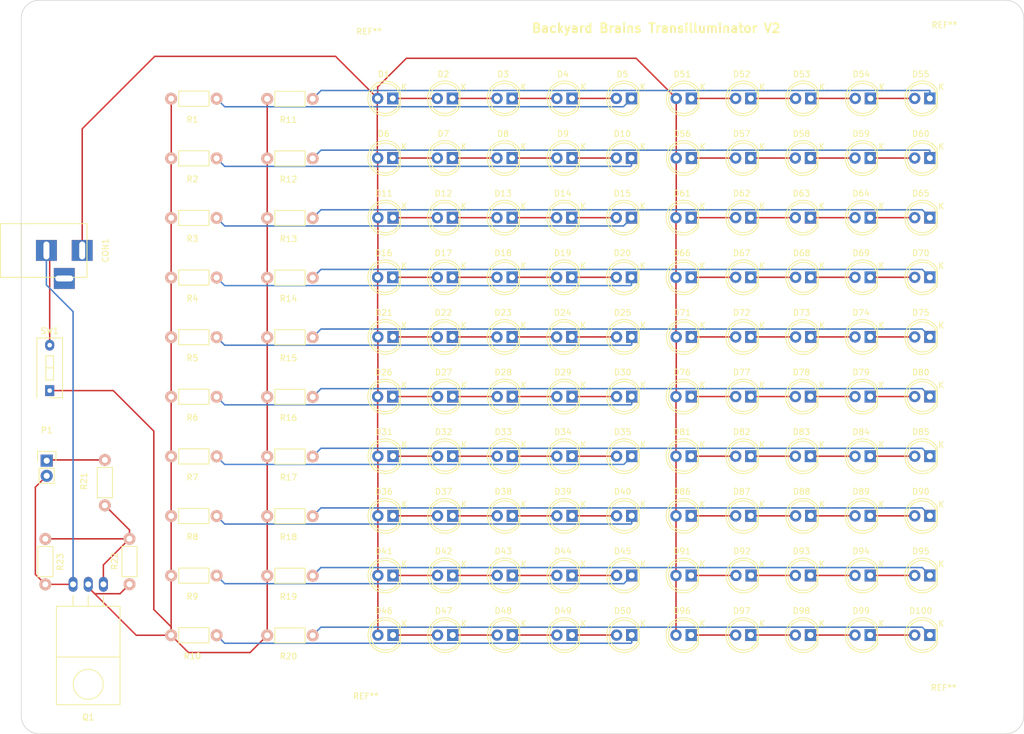
<source format=kicad_pcb>
(kicad_pcb (version 4) (host pcbnew 4.0.6)
  (layers (0 F.Cu signal) (31 B.Cu signal) (34 B.Paste user) (35 F.Paste user) (36 B.SilkS user) (37 F.SilkS user) (38 B.Mask user) (39 F.Mask user) (44 Edge.Cuts user))
  (net 0 "")
  (net 1 "Net-(CON1-Pad1)")
  (net 2 GND)
  (net 3 "Net-(D1-Pad1)")
  (net 4 "Net-(D2-Pad1)")
  (net 5 "Net-(D3-Pad1)")
  (net 6 "Net-(D4-Pad1)")
  (net 7 "Net-(D5-Pad1)")
  (net 8 "Net-(D6-Pad1)")
  (net 9 "Net-(D7-Pad1)")
  (net 10 "Net-(D8-Pad1)")
  (net 11 "Net-(D10-Pad2)")
  (net 12 "Net-(D10-Pad1)")
  (net 13 "Net-(D11-Pad1)")
  (net 14 "Net-(D12-Pad1)")
  (net 15 "Net-(D13-Pad1)")
  (net 16 "Net-(D14-Pad1)")
  (net 17 "Net-(D15-Pad1)")
  (net 18 "Net-(D16-Pad1)")
  (net 19 "Net-(D17-Pad1)")
  (net 20 "Net-(D18-Pad1)")
  (net 21 "Net-(D19-Pad1)")
  (net 22 "Net-(D20-Pad1)")
  (net 23 "Net-(D21-Pad1)")
  (net 24 "Net-(D22-Pad1)")
  (net 25 "Net-(D23-Pad1)")
  (net 26 "Net-(D24-Pad1)")
  (net 27 "Net-(D25-Pad1)")
  (net 28 "Net-(D26-Pad1)")
  (net 29 "Net-(D27-Pad1)")
  (net 30 "Net-(D28-Pad1)")
  (net 31 "Net-(D29-Pad1)")
  (net 32 "Net-(D30-Pad1)")
  (net 33 "Net-(D31-Pad1)")
  (net 34 "Net-(D32-Pad1)")
  (net 35 "Net-(D33-Pad1)")
  (net 36 "Net-(D34-Pad1)")
  (net 37 "Net-(D35-Pad1)")
  (net 38 "Net-(D36-Pad1)")
  (net 39 "Net-(D37-Pad1)")
  (net 40 "Net-(D38-Pad1)")
  (net 41 "Net-(D39-Pad1)")
  (net 42 "Net-(D40-Pad1)")
  (net 43 "Net-(D41-Pad1)")
  (net 44 "Net-(D42-Pad1)")
  (net 45 "Net-(D43-Pad1)")
  (net 46 "Net-(D44-Pad1)")
  (net 47 "Net-(D45-Pad1)")
  (net 48 "Net-(D46-Pad1)")
  (net 49 "Net-(D47-Pad1)")
  (net 50 "Net-(D48-Pad1)")
  (net 51 "Net-(D49-Pad1)")
  (net 52 "Net-(D50-Pad1)")
  (net 53 "Net-(D51-Pad1)")
  (net 54 "Net-(D52-Pad1)")
  (net 55 "Net-(D53-Pad1)")
  (net 56 "Net-(D54-Pad1)")
  (net 57 "Net-(D55-Pad1)")
  (net 58 "Net-(D56-Pad1)")
  (net 59 "Net-(D57-Pad1)")
  (net 60 "Net-(D58-Pad1)")
  (net 61 "Net-(D59-Pad1)")
  (net 62 "Net-(D60-Pad1)")
  (net 63 "Net-(D61-Pad1)")
  (net 64 "Net-(D62-Pad1)")
  (net 65 "Net-(D63-Pad1)")
  (net 66 "Net-(D64-Pad1)")
  (net 67 "Net-(D65-Pad1)")
  (net 68 "Net-(D66-Pad1)")
  (net 69 "Net-(D67-Pad1)")
  (net 70 "Net-(D68-Pad1)")
  (net 71 "Net-(D69-Pad1)")
  (net 72 "Net-(D70-Pad1)")
  (net 73 "Net-(D71-Pad1)")
  (net 74 "Net-(D72-Pad1)")
  (net 75 "Net-(D73-Pad1)")
  (net 76 "Net-(D74-Pad1)")
  (net 77 "Net-(D75-Pad1)")
  (net 78 "Net-(D76-Pad1)")
  (net 79 "Net-(D77-Pad1)")
  (net 80 "Net-(D78-Pad1)")
  (net 81 "Net-(D79-Pad1)")
  (net 82 "Net-(D80-Pad1)")
  (net 83 "Net-(D81-Pad1)")
  (net 84 "Net-(D82-Pad1)")
  (net 85 "Net-(D83-Pad1)")
  (net 86 "Net-(D84-Pad1)")
  (net 87 "Net-(D85-Pad1)")
  (net 88 "Net-(D86-Pad1)")
  (net 89 "Net-(D87-Pad1)")
  (net 90 "Net-(D88-Pad1)")
  (net 91 "Net-(D89-Pad1)")
  (net 92 "Net-(D90-Pad1)")
  (net 93 "Net-(D91-Pad1)")
  (net 94 "Net-(D92-Pad1)")
  (net 95 "Net-(D93-Pad1)")
  (net 96 "Net-(D94-Pad1)")
  (net 97 "Net-(D95-Pad1)")
  (net 98 "Net-(D96-Pad1)")
  (net 99 "Net-(D97-Pad1)")
  (net 100 "Net-(D98-Pad1)")
  (net 101 "Net-(D100-Pad2)")
  (net 102 "Net-(D100-Pad1)")
  (net 103 "Net-(P1-Pad1)")
  (net 104 "Net-(Q1-Pad2)")
  (net 105 "Net-(Q1-Pad1)")
  (module Mounting_Holes:MountingHole_4.3mm_M4 (layer F.Cu) (at 115.11 139.11)
    (fp_text reference REF** (at 7.13 -0.37) (layer F.SilkS))
    (fp_text value MountingHole_4.3mm_M4)
    (pad 1 np_thru_hole circle (at 0 0) (size 4.3 4.3) (drill 4.3) (layers *.Cu *.Mask))
  )
  (module Mounting_Holes:MountingHole_4.3mm_M4 (layer F.Cu) (at 226.58 139.11)
    (fp_text reference REF** (at -7.52 -1.78) (layer F.SilkS))
    (fp_text value MountingHole_4.3mm_M4)
    (pad 1 np_thru_hole circle (at 0 0) (size 4.3 4.3) (drill 4.3) (layers *.Cu *.Mask))
  )
  (module Mounting_Holes:MountingHole_4.3mm_M4 (layer F.Cu) (at 226.48 28.07)
    (fp_text reference REF** (at -7.3 -1.87) (layer F.SilkS))
    (fp_text value MountingHole_4.3mm_M4)
    (pad 1 np_thru_hole circle (at 0 0) (size 4.3 4.3) (drill 4.3) (layers *.Cu *.Mask))
  )
  (module Connect:BARREL_JACK (layer F.Cu) (at 68.5 64)
    (fp_text reference CON1 (at 10.09904 0 90) (layer F.SilkS))
    (fp_text value BARREL_JACK)
    (pad 1 thru_hole rect (at 6.20014 0) (size 3.50012 3.50012) (drill oval 1.00076 2.99974) (layers *.Cu *.Mask) (net 1 "Net-(CON1-Pad1)"))
    (pad 2 thru_hole rect (at 0.20066 0) (size 3.50012 3.50012) (drill oval 1.00076 2.99974) (layers *.Cu *.Mask) (net 2 GND))
    (pad 3 thru_hole rect (at 3.2004 4.699) (size 3.50012 3.50012) (drill oval 2.99974 1.00076) (layers *.Cu *.Mask))
  )
  (module LEDs:LED-5MM (layer F.Cu) (at 126.75 38.5 180)
    (fp_text reference D1 (at 1.524 4.064 180) (layer F.SilkS))
    (fp_text value LED)
    (fp_text user K (at -1.905 1.905 180) (layer F.SilkS))
    (pad 1 thru_hole rect (at 0 0 270) (size 2 1.9) (drill 1.00076) (layers *.Cu *.Mask) (net 3 "Net-(D1-Pad1)"))
    (pad 2 thru_hole circle (at 2.54 0 180) (size 1.9 1.9) (drill 1.00076) (layers *.Cu *.Mask) (net 1 "Net-(CON1-Pad1)"))
  )
  (module LEDs:LED-5MM (layer F.Cu) (at 136.75 38.5 180)
    (fp_text reference D2 (at 1.524 4.064 180) (layer F.SilkS))
    (fp_text value LED)
    (fp_text user K (at -1.905 1.905 180) (layer F.SilkS))
    (pad 1 thru_hole rect (at 0 0 270) (size 2 1.9) (drill 1.00076) (layers *.Cu *.Mask) (net 4 "Net-(D2-Pad1)"))
    (pad 2 thru_hole circle (at 2.54 0 180) (size 1.9 1.9) (drill 1.00076) (layers *.Cu *.Mask) (net 3 "Net-(D1-Pad1)"))
  )
  (module LEDs:LED-5MM (layer F.Cu) (at 146.75 38.5 180)
    (fp_text reference D3 (at 1.524 4.064 180) (layer F.SilkS))
    (fp_text value LED)
    (fp_text user K (at -1.905 1.905 180) (layer F.SilkS))
    (pad 1 thru_hole rect (at 0 0 270) (size 2 1.9) (drill 1.00076) (layers *.Cu *.Mask) (net 5 "Net-(D3-Pad1)"))
    (pad 2 thru_hole circle (at 2.54 0 180) (size 1.9 1.9) (drill 1.00076) (layers *.Cu *.Mask) (net 4 "Net-(D2-Pad1)"))
  )
  (module LEDs:LED-5MM (layer F.Cu) (at 156.79 38.5 180)
    (fp_text reference D4 (at 1.524 4.064 180) (layer F.SilkS))
    (fp_text value LED)
    (fp_text user K (at -1.905 1.905 180) (layer F.SilkS))
    (pad 1 thru_hole rect (at 0 0 270) (size 2 1.9) (drill 1.00076) (layers *.Cu *.Mask) (net 6 "Net-(D4-Pad1)"))
    (pad 2 thru_hole circle (at 2.54 0 180) (size 1.9 1.9) (drill 1.00076) (layers *.Cu *.Mask) (net 5 "Net-(D3-Pad1)"))
  )
  (module LEDs:LED-5MM (layer F.Cu) (at 166.75 38.5 180)
    (fp_text reference D5 (at 1.524 4.064 180) (layer F.SilkS))
    (fp_text value LED)
    (fp_text user K (at -1.905 1.905 180) (layer F.SilkS))
    (pad 1 thru_hole rect (at 0 0 270) (size 2 1.9) (drill 1.00076) (layers *.Cu *.Mask) (net 7 "Net-(D5-Pad1)"))
    (pad 2 thru_hole circle (at 2.54 0 180) (size 1.9 1.9) (drill 1.00076) (layers *.Cu *.Mask) (net 6 "Net-(D4-Pad1)"))
  )
  (module LEDs:LED-5MM (layer F.Cu) (at 126.75 48.5 180)
    (fp_text reference D6 (at 1.524 4.064 180) (layer F.SilkS))
    (fp_text value LED)
    (fp_text user K (at -1.905 1.905 180) (layer F.SilkS))
    (pad 1 thru_hole rect (at 0 0 270) (size 2 1.9) (drill 1.00076) (layers *.Cu *.Mask) (net 8 "Net-(D6-Pad1)"))
    (pad 2 thru_hole circle (at 2.54 0 180) (size 1.9 1.9) (drill 1.00076) (layers *.Cu *.Mask) (net 1 "Net-(CON1-Pad1)"))
  )
  (module LEDs:LED-5MM (layer F.Cu) (at 136.75 48.5 180)
    (fp_text reference D7 (at 1.524 4.064 180) (layer F.SilkS))
    (fp_text value LED)
    (fp_text user K (at -1.905 1.905 180) (layer F.SilkS))
    (pad 1 thru_hole rect (at 0 0 270) (size 2 1.9) (drill 1.00076) (layers *.Cu *.Mask) (net 9 "Net-(D7-Pad1)"))
    (pad 2 thru_hole circle (at 2.54 0 180) (size 1.9 1.9) (drill 1.00076) (layers *.Cu *.Mask) (net 8 "Net-(D6-Pad1)"))
  )
  (module LEDs:LED-5MM (layer F.Cu) (at 146.75 48.5 180)
    (fp_text reference D8 (at 1.524 4.064 180) (layer F.SilkS))
    (fp_text value LED)
    (fp_text user K (at -1.905 1.905 180) (layer F.SilkS))
    (pad 1 thru_hole rect (at 0 0 270) (size 2 1.9) (drill 1.00076) (layers *.Cu *.Mask) (net 10 "Net-(D8-Pad1)"))
    (pad 2 thru_hole circle (at 2.54 0 180) (size 1.9 1.9) (drill 1.00076) (layers *.Cu *.Mask) (net 9 "Net-(D7-Pad1)"))
  )
  (module LEDs:LED-5MM (layer F.Cu) (at 156.79 48.5 180)
    (fp_text reference D9 (at 1.524 4.064 180) (layer F.SilkS))
    (fp_text value LED)
    (fp_text user K (at -1.905 1.905 180) (layer F.SilkS))
    (pad 1 thru_hole rect (at 0 0 270) (size 2 1.9) (drill 1.00076) (layers *.Cu *.Mask) (net 11 "Net-(D10-Pad2)"))
    (pad 2 thru_hole circle (at 2.54 0 180) (size 1.9 1.9) (drill 1.00076) (layers *.Cu *.Mask) (net 10 "Net-(D8-Pad1)"))
  )
  (module LEDs:LED-5MM (layer F.Cu) (at 166.75 48.5 180)
    (fp_text reference D10 (at 1.524 4.064 180) (layer F.SilkS))
    (fp_text value LED)
    (fp_text user K (at -1.905 1.905 180) (layer F.SilkS))
    (pad 1 thru_hole rect (at 0 0 270) (size 2 1.9) (drill 1.00076) (layers *.Cu *.Mask) (net 12 "Net-(D10-Pad1)"))
    (pad 2 thru_hole circle (at 2.54 0 180) (size 1.9 1.9) (drill 1.00076) (layers *.Cu *.Mask) (net 11 "Net-(D10-Pad2)"))
  )
  (module LEDs:LED-5MM (layer F.Cu) (at 126.79 58.5 180)
    (fp_text reference D11 (at 1.524 4.064 180) (layer F.SilkS))
    (fp_text value LED)
    (fp_text user K (at -1.905 1.905 180) (layer F.SilkS))
    (pad 1 thru_hole rect (at 0 0 270) (size 2 1.9) (drill 1.00076) (layers *.Cu *.Mask) (net 13 "Net-(D11-Pad1)"))
    (pad 2 thru_hole circle (at 2.54 0 180) (size 1.9 1.9) (drill 1.00076) (layers *.Cu *.Mask) (net 1 "Net-(CON1-Pad1)"))
  )
  (module LEDs:LED-5MM (layer F.Cu) (at 136.75 58.5 180)
    (fp_text reference D12 (at 1.524 4.064 180) (layer F.SilkS))
    (fp_text value LED)
    (fp_text user K (at -1.905 1.905 180) (layer F.SilkS))
    (pad 1 thru_hole rect (at 0 0 270) (size 2 1.9) (drill 1.00076) (layers *.Cu *.Mask) (net 14 "Net-(D12-Pad1)"))
    (pad 2 thru_hole circle (at 2.54 0 180) (size 1.9 1.9) (drill 1.00076) (layers *.Cu *.Mask) (net 13 "Net-(D11-Pad1)"))
  )
  (module LEDs:LED-5MM (layer F.Cu) (at 146.75 58.5 180)
    (fp_text reference D13 (at 1.524 4.064 180) (layer F.SilkS))
    (fp_text value LED)
    (fp_text user K (at -1.905 1.905 180) (layer F.SilkS))
    (pad 1 thru_hole rect (at 0 0 270) (size 2 1.9) (drill 1.00076) (layers *.Cu *.Mask) (net 15 "Net-(D13-Pad1)"))
    (pad 2 thru_hole circle (at 2.54 0 180) (size 1.9 1.9) (drill 1.00076) (layers *.Cu *.Mask) (net 14 "Net-(D12-Pad1)"))
  )
  (module LEDs:LED-5MM (layer F.Cu) (at 156.75 58.5 180)
    (fp_text reference D14 (at 1.524 4.064 180) (layer F.SilkS))
    (fp_text value LED)
    (fp_text user K (at -1.905 1.905 180) (layer F.SilkS))
    (pad 1 thru_hole rect (at 0 0 270) (size 2 1.9) (drill 1.00076) (layers *.Cu *.Mask) (net 16 "Net-(D14-Pad1)"))
    (pad 2 thru_hole circle (at 2.54 0 180) (size 1.9 1.9) (drill 1.00076) (layers *.Cu *.Mask) (net 15 "Net-(D13-Pad1)"))
  )
  (module LEDs:LED-5MM (layer F.Cu) (at 166.75 58.5 180)
    (fp_text reference D15 (at 1.524 4.064 180) (layer F.SilkS))
    (fp_text value LED)
    (fp_text user K (at -1.905 1.905 180) (layer F.SilkS))
    (pad 1 thru_hole rect (at 0 0 270) (size 2 1.9) (drill 1.00076) (layers *.Cu *.Mask) (net 17 "Net-(D15-Pad1)"))
    (pad 2 thru_hole circle (at 2.54 0 180) (size 1.9 1.9) (drill 1.00076) (layers *.Cu *.Mask) (net 16 "Net-(D14-Pad1)"))
  )
  (module LEDs:LED-5MM (layer F.Cu) (at 126.75 68.5 180)
    (fp_text reference D16 (at 1.524 4.064 180) (layer F.SilkS))
    (fp_text value LED)
    (fp_text user K (at -1.905 1.905 180) (layer F.SilkS))
    (pad 1 thru_hole rect (at 0 0 270) (size 2 1.9) (drill 1.00076) (layers *.Cu *.Mask) (net 18 "Net-(D16-Pad1)"))
    (pad 2 thru_hole circle (at 2.54 0 180) (size 1.9 1.9) (drill 1.00076) (layers *.Cu *.Mask) (net 1 "Net-(CON1-Pad1)"))
  )
  (module LEDs:LED-5MM (layer F.Cu) (at 136.75 68.5 180)
    (fp_text reference D17 (at 1.524 4.064 180) (layer F.SilkS))
    (fp_text value LED)
    (fp_text user K (at -1.905 1.905 180) (layer F.SilkS))
    (pad 1 thru_hole rect (at 0 0 270) (size 2 1.9) (drill 1.00076) (layers *.Cu *.Mask) (net 19 "Net-(D17-Pad1)"))
    (pad 2 thru_hole circle (at 2.54 0 180) (size 1.9 1.9) (drill 1.00076) (layers *.Cu *.Mask) (net 18 "Net-(D16-Pad1)"))
  )
  (module LEDs:LED-5MM (layer F.Cu) (at 146.75 68.5 180)
    (fp_text reference D18 (at 1.524 4.064 180) (layer F.SilkS))
    (fp_text value LED)
    (fp_text user K (at -1.905 1.905 180) (layer F.SilkS))
    (pad 1 thru_hole rect (at 0 0 270) (size 2 1.9) (drill 1.00076) (layers *.Cu *.Mask) (net 20 "Net-(D18-Pad1)"))
    (pad 2 thru_hole circle (at 2.54 0 180) (size 1.9 1.9) (drill 1.00076) (layers *.Cu *.Mask) (net 19 "Net-(D17-Pad1)"))
  )
  (module LEDs:LED-5MM (layer F.Cu) (at 156.75 68.5 180)
    (fp_text reference D19 (at 1.524 4.064 180) (layer F.SilkS))
    (fp_text value LED)
    (fp_text user K (at -1.905 1.905 180) (layer F.SilkS))
    (pad 1 thru_hole rect (at 0 0 270) (size 2 1.9) (drill 1.00076) (layers *.Cu *.Mask) (net 21 "Net-(D19-Pad1)"))
    (pad 2 thru_hole circle (at 2.54 0 180) (size 1.9 1.9) (drill 1.00076) (layers *.Cu *.Mask) (net 20 "Net-(D18-Pad1)"))
  )
  (module LEDs:LED-5MM (layer F.Cu) (at 166.75 68.5 180)
    (fp_text reference D20 (at 1.524 4.064 180) (layer F.SilkS))
    (fp_text value LED)
    (fp_text user K (at -1.905 1.905 180) (layer F.SilkS))
    (pad 1 thru_hole rect (at 0 0 270) (size 2 1.9) (drill 1.00076) (layers *.Cu *.Mask) (net 22 "Net-(D20-Pad1)"))
    (pad 2 thru_hole circle (at 2.54 0 180) (size 1.9 1.9) (drill 1.00076) (layers *.Cu *.Mask) (net 21 "Net-(D19-Pad1)"))
  )
  (module LEDs:LED-5MM (layer F.Cu) (at 126.79 78.5 180)
    (fp_text reference D21 (at 1.524 4.064 180) (layer F.SilkS))
    (fp_text value LED)
    (fp_text user K (at -1.905 1.905 180) (layer F.SilkS))
    (pad 1 thru_hole rect (at 0 0 270) (size 2 1.9) (drill 1.00076) (layers *.Cu *.Mask) (net 23 "Net-(D21-Pad1)"))
    (pad 2 thru_hole circle (at 2.54 0 180) (size 1.9 1.9) (drill 1.00076) (layers *.Cu *.Mask) (net 1 "Net-(CON1-Pad1)"))
  )
  (module LEDs:LED-5MM (layer F.Cu) (at 136.75 78.5 180)
    (fp_text reference D22 (at 1.524 4.064 180) (layer F.SilkS))
    (fp_text value LED)
    (fp_text user K (at -1.905 1.905 180) (layer F.SilkS))
    (pad 1 thru_hole rect (at 0 0 270) (size 2 1.9) (drill 1.00076) (layers *.Cu *.Mask) (net 24 "Net-(D22-Pad1)"))
    (pad 2 thru_hole circle (at 2.54 0 180) (size 1.9 1.9) (drill 1.00076) (layers *.Cu *.Mask) (net 23 "Net-(D21-Pad1)"))
  )
  (module LEDs:LED-5MM (layer F.Cu) (at 146.75 78.5 180)
    (fp_text reference D23 (at 1.524 4.064 180) (layer F.SilkS))
    (fp_text value LED)
    (fp_text user K (at -1.905 1.905 180) (layer F.SilkS))
    (pad 1 thru_hole rect (at 0 0 270) (size 2 1.9) (drill 1.00076) (layers *.Cu *.Mask) (net 25 "Net-(D23-Pad1)"))
    (pad 2 thru_hole circle (at 2.54 0 180) (size 1.9 1.9) (drill 1.00076) (layers *.Cu *.Mask) (net 24 "Net-(D22-Pad1)"))
  )
  (module LEDs:LED-5MM (layer F.Cu) (at 156.75 78.5 180)
    (fp_text reference D24 (at 1.524 4.064 180) (layer F.SilkS))
    (fp_text value LED)
    (fp_text user K (at -1.905 1.905 180) (layer F.SilkS))
    (pad 1 thru_hole rect (at 0 0 270) (size 2 1.9) (drill 1.00076) (layers *.Cu *.Mask) (net 26 "Net-(D24-Pad1)"))
    (pad 2 thru_hole circle (at 2.54 0 180) (size 1.9 1.9) (drill 1.00076) (layers *.Cu *.Mask) (net 25 "Net-(D23-Pad1)"))
  )
  (module LEDs:LED-5MM (layer F.Cu) (at 166.79 78.5 180)
    (fp_text reference D25 (at 1.524 4.064 180) (layer F.SilkS))
    (fp_text value LED)
    (fp_text user K (at -1.905 1.905 180) (layer F.SilkS))
    (pad 1 thru_hole rect (at 0 0 270) (size 2 1.9) (drill 1.00076) (layers *.Cu *.Mask) (net 27 "Net-(D25-Pad1)"))
    (pad 2 thru_hole circle (at 2.54 0 180) (size 1.9 1.9) (drill 1.00076) (layers *.Cu *.Mask) (net 26 "Net-(D24-Pad1)"))
  )
  (module LEDs:LED-5MM (layer F.Cu) (at 126.75 88.5 180)
    (fp_text reference D26 (at 1.524 4.064 180) (layer F.SilkS))
    (fp_text value LED)
    (fp_text user K (at -1.905 1.905 180) (layer F.SilkS))
    (pad 1 thru_hole rect (at 0 0 270) (size 2 1.9) (drill 1.00076) (layers *.Cu *.Mask) (net 28 "Net-(D26-Pad1)"))
    (pad 2 thru_hole circle (at 2.54 0 180) (size 1.9 1.9) (drill 1.00076) (layers *.Cu *.Mask) (net 1 "Net-(CON1-Pad1)"))
  )
  (module LEDs:LED-5MM (layer F.Cu) (at 136.79 88.5 180)
    (fp_text reference D27 (at 1.524 4.064 180) (layer F.SilkS))
    (fp_text value LED)
    (fp_text user K (at -1.905 1.905 180) (layer F.SilkS))
    (pad 1 thru_hole rect (at 0 0 270) (size 2 1.9) (drill 1.00076) (layers *.Cu *.Mask) (net 29 "Net-(D27-Pad1)"))
    (pad 2 thru_hole circle (at 2.54 0 180) (size 1.9 1.9) (drill 1.00076) (layers *.Cu *.Mask) (net 28 "Net-(D26-Pad1)"))
  )
  (module LEDs:LED-5MM (layer F.Cu) (at 146.79 88.5 180)
    (fp_text reference D28 (at 1.524 4.064 180) (layer F.SilkS))
    (fp_text value LED)
    (fp_text user K (at -1.905 1.905 180) (layer F.SilkS))
    (pad 1 thru_hole rect (at 0 0 270) (size 2 1.9) (drill 1.00076) (layers *.Cu *.Mask) (net 30 "Net-(D28-Pad1)"))
    (pad 2 thru_hole circle (at 2.54 0 180) (size 1.9 1.9) (drill 1.00076) (layers *.Cu *.Mask) (net 29 "Net-(D27-Pad1)"))
  )
  (module LEDs:LED-5MM (layer F.Cu) (at 156.79 88.5 180)
    (fp_text reference D29 (at 1.524 4.064 180) (layer F.SilkS))
    (fp_text value LED)
    (fp_text user K (at -1.905 1.905 180) (layer F.SilkS))
    (pad 1 thru_hole rect (at 0 0 270) (size 2 1.9) (drill 1.00076) (layers *.Cu *.Mask) (net 31 "Net-(D29-Pad1)"))
    (pad 2 thru_hole circle (at 2.54 0 180) (size 1.9 1.9) (drill 1.00076) (layers *.Cu *.Mask) (net 30 "Net-(D28-Pad1)"))
  )
  (module LEDs:LED-5MM (layer F.Cu) (at 166.79 88.5 180)
    (fp_text reference D30 (at 1.524 4.064 180) (layer F.SilkS))
    (fp_text value LED)
    (fp_text user K (at -1.905 1.905 180) (layer F.SilkS))
    (pad 1 thru_hole rect (at 0 0 270) (size 2 1.9) (drill 1.00076) (layers *.Cu *.Mask) (net 32 "Net-(D30-Pad1)"))
    (pad 2 thru_hole circle (at 2.54 0 180) (size 1.9 1.9) (drill 1.00076) (layers *.Cu *.Mask) (net 31 "Net-(D29-Pad1)"))
  )
  (module LEDs:LED-5MM (layer F.Cu) (at 126.79 98.5 180)
    (fp_text reference D31 (at 1.524 4.064 180) (layer F.SilkS))
    (fp_text value LED)
    (fp_text user K (at -1.905 1.905 180) (layer F.SilkS))
    (pad 1 thru_hole rect (at 0 0 270) (size 2 1.9) (drill 1.00076) (layers *.Cu *.Mask) (net 33 "Net-(D31-Pad1)"))
    (pad 2 thru_hole circle (at 2.54 0 180) (size 1.9 1.9) (drill 1.00076) (layers *.Cu *.Mask) (net 1 "Net-(CON1-Pad1)"))
  )
  (module LEDs:LED-5MM (layer F.Cu) (at 136.79 98.5 180)
    (fp_text reference D32 (at 1.524 4.064 180) (layer F.SilkS))
    (fp_text value LED)
    (fp_text user K (at -1.905 1.905 180) (layer F.SilkS))
    (pad 1 thru_hole rect (at 0 0 270) (size 2 1.9) (drill 1.00076) (layers *.Cu *.Mask) (net 34 "Net-(D32-Pad1)"))
    (pad 2 thru_hole circle (at 2.54 0 180) (size 1.9 1.9) (drill 1.00076) (layers *.Cu *.Mask) (net 33 "Net-(D31-Pad1)"))
  )
  (module LEDs:LED-5MM (layer F.Cu) (at 146.79 98.5 180)
    (fp_text reference D33 (at 1.524 4.064 180) (layer F.SilkS))
    (fp_text value LED)
    (fp_text user K (at -1.905 1.905 180) (layer F.SilkS))
    (pad 1 thru_hole rect (at 0 0 270) (size 2 1.9) (drill 1.00076) (layers *.Cu *.Mask) (net 35 "Net-(D33-Pad1)"))
    (pad 2 thru_hole circle (at 2.54 0 180) (size 1.9 1.9) (drill 1.00076) (layers *.Cu *.Mask) (net 34 "Net-(D32-Pad1)"))
  )
  (module LEDs:LED-5MM (layer F.Cu) (at 156.79 98.5 180)
    (fp_text reference D34 (at 1.524 4.064 180) (layer F.SilkS))
    (fp_text value LED)
    (fp_text user K (at -1.905 1.905 180) (layer F.SilkS))
    (pad 1 thru_hole rect (at 0 0 270) (size 2 1.9) (drill 1.00076) (layers *.Cu *.Mask) (net 36 "Net-(D34-Pad1)"))
    (pad 2 thru_hole circle (at 2.54 0 180) (size 1.9 1.9) (drill 1.00076) (layers *.Cu *.Mask) (net 35 "Net-(D33-Pad1)"))
  )
  (module LEDs:LED-5MM (layer F.Cu) (at 166.79 98.5 180)
    (fp_text reference D35 (at 1.524 4.064 180) (layer F.SilkS))
    (fp_text value LED)
    (fp_text user K (at -1.905 1.905 180) (layer F.SilkS))
    (pad 1 thru_hole rect (at 0 0 270) (size 2 1.9) (drill 1.00076) (layers *.Cu *.Mask) (net 37 "Net-(D35-Pad1)"))
    (pad 2 thru_hole circle (at 2.54 0 180) (size 1.9 1.9) (drill 1.00076) (layers *.Cu *.Mask) (net 36 "Net-(D34-Pad1)"))
  )
  (module LEDs:LED-5MM (layer F.Cu) (at 126.79 108.5 180)
    (fp_text reference D36 (at 1.524 4.064 180) (layer F.SilkS))
    (fp_text value LED)
    (fp_text user K (at -1.905 1.905 180) (layer F.SilkS))
    (pad 1 thru_hole rect (at 0 0 270) (size 2 1.9) (drill 1.00076) (layers *.Cu *.Mask) (net 38 "Net-(D36-Pad1)"))
    (pad 2 thru_hole circle (at 2.54 0 180) (size 1.9 1.9) (drill 1.00076) (layers *.Cu *.Mask) (net 1 "Net-(CON1-Pad1)"))
  )
  (module LEDs:LED-5MM (layer F.Cu) (at 136.79 108.5 180)
    (fp_text reference D37 (at 1.524 4.064 180) (layer F.SilkS))
    (fp_text value LED)
    (fp_text user K (at -1.905 1.905 180) (layer F.SilkS))
    (pad 1 thru_hole rect (at 0 0 270) (size 2 1.9) (drill 1.00076) (layers *.Cu *.Mask) (net 39 "Net-(D37-Pad1)"))
    (pad 2 thru_hole circle (at 2.54 0 180) (size 1.9 1.9) (drill 1.00076) (layers *.Cu *.Mask) (net 38 "Net-(D36-Pad1)"))
  )
  (module LEDs:LED-5MM (layer F.Cu) (at 146.79 108.5 180)
    (fp_text reference D38 (at 1.524 4.064 180) (layer F.SilkS))
    (fp_text value LED)
    (fp_text user K (at -1.905 1.905 180) (layer F.SilkS))
    (pad 1 thru_hole rect (at 0 0 270) (size 2 1.9) (drill 1.00076) (layers *.Cu *.Mask) (net 40 "Net-(D38-Pad1)"))
    (pad 2 thru_hole circle (at 2.54 0 180) (size 1.9 1.9) (drill 1.00076) (layers *.Cu *.Mask) (net 39 "Net-(D37-Pad1)"))
  )
  (module LEDs:LED-5MM (layer F.Cu) (at 156.79 108.5 180)
    (fp_text reference D39 (at 1.524 4.064 180) (layer F.SilkS))
    (fp_text value LED)
    (fp_text user K (at -1.905 1.905 180) (layer F.SilkS))
    (pad 1 thru_hole rect (at 0 0 270) (size 2 1.9) (drill 1.00076) (layers *.Cu *.Mask) (net 41 "Net-(D39-Pad1)"))
    (pad 2 thru_hole circle (at 2.54 0 180) (size 1.9 1.9) (drill 1.00076) (layers *.Cu *.Mask) (net 40 "Net-(D38-Pad1)"))
  )
  (module LEDs:LED-5MM (layer F.Cu) (at 166.79 108.5 180)
    (fp_text reference D40 (at 1.524 4.064 180) (layer F.SilkS))
    (fp_text value LED)
    (fp_text user K (at -1.905 1.905 180) (layer F.SilkS))
    (pad 1 thru_hole rect (at 0 0 270) (size 2 1.9) (drill 1.00076) (layers *.Cu *.Mask) (net 42 "Net-(D40-Pad1)"))
    (pad 2 thru_hole circle (at 2.54 0 180) (size 1.9 1.9) (drill 1.00076) (layers *.Cu *.Mask) (net 41 "Net-(D39-Pad1)"))
  )
  (module LEDs:LED-5MM (layer F.Cu) (at 126.79 118.5 180)
    (fp_text reference D41 (at 1.524 4.064 180) (layer F.SilkS))
    (fp_text value LED)
    (fp_text user K (at -1.905 1.905 180) (layer F.SilkS))
    (pad 1 thru_hole rect (at 0 0 270) (size 2 1.9) (drill 1.00076) (layers *.Cu *.Mask) (net 43 "Net-(D41-Pad1)"))
    (pad 2 thru_hole circle (at 2.54 0 180) (size 1.9 1.9) (drill 1.00076) (layers *.Cu *.Mask) (net 1 "Net-(CON1-Pad1)"))
  )
  (module LEDs:LED-5MM (layer F.Cu) (at 136.79 118.5 180)
    (fp_text reference D42 (at 1.524 4.064 180) (layer F.SilkS))
    (fp_text value LED)
    (fp_text user K (at -1.905 1.905 180) (layer F.SilkS))
    (pad 1 thru_hole rect (at 0 0 270) (size 2 1.9) (drill 1.00076) (layers *.Cu *.Mask) (net 44 "Net-(D42-Pad1)"))
    (pad 2 thru_hole circle (at 2.54 0 180) (size 1.9 1.9) (drill 1.00076) (layers *.Cu *.Mask) (net 43 "Net-(D41-Pad1)"))
  )
  (module LEDs:LED-5MM (layer F.Cu) (at 146.79 118.5 180)
    (fp_text reference D43 (at 1.524 4.064 180) (layer F.SilkS))
    (fp_text value LED)
    (fp_text user K (at -1.905 1.905 180) (layer F.SilkS))
    (pad 1 thru_hole rect (at 0 0 270) (size 2 1.9) (drill 1.00076) (layers *.Cu *.Mask) (net 45 "Net-(D43-Pad1)"))
    (pad 2 thru_hole circle (at 2.54 0 180) (size 1.9 1.9) (drill 1.00076) (layers *.Cu *.Mask) (net 44 "Net-(D42-Pad1)"))
  )
  (module LEDs:LED-5MM (layer F.Cu) (at 156.79 118.5 180)
    (fp_text reference D44 (at 1.524 4.064 180) (layer F.SilkS))
    (fp_text value LED)
    (fp_text user K (at -1.905 1.905 180) (layer F.SilkS))
    (pad 1 thru_hole rect (at 0 0 270) (size 2 1.9) (drill 1.00076) (layers *.Cu *.Mask) (net 46 "Net-(D44-Pad1)"))
    (pad 2 thru_hole circle (at 2.54 0 180) (size 1.9 1.9) (drill 1.00076) (layers *.Cu *.Mask) (net 45 "Net-(D43-Pad1)"))
  )
  (module LEDs:LED-5MM (layer F.Cu) (at 166.79 118.5 180)
    (fp_text reference D45 (at 1.524 4.064 180) (layer F.SilkS))
    (fp_text value LED)
    (fp_text user K (at -1.905 1.905 180) (layer F.SilkS))
    (pad 1 thru_hole rect (at 0 0 270) (size 2 1.9) (drill 1.00076) (layers *.Cu *.Mask) (net 47 "Net-(D45-Pad1)"))
    (pad 2 thru_hole circle (at 2.54 0 180) (size 1.9 1.9) (drill 1.00076) (layers *.Cu *.Mask) (net 46 "Net-(D44-Pad1)"))
  )
  (module LEDs:LED-5MM (layer F.Cu) (at 126.79 128.5 180)
    (fp_text reference D46 (at 1.524 4.064 180) (layer F.SilkS))
    (fp_text value LED)
    (fp_text user K (at -1.905 1.905 180) (layer F.SilkS))
    (pad 1 thru_hole rect (at 0 0 270) (size 2 1.9) (drill 1.00076) (layers *.Cu *.Mask) (net 48 "Net-(D46-Pad1)"))
    (pad 2 thru_hole circle (at 2.54 0 180) (size 1.9 1.9) (drill 1.00076) (layers *.Cu *.Mask) (net 1 "Net-(CON1-Pad1)"))
  )
  (module LEDs:LED-5MM (layer F.Cu) (at 136.79 128.5 180)
    (fp_text reference D47 (at 1.524 4.064 180) (layer F.SilkS))
    (fp_text value LED)
    (fp_text user K (at -1.905 1.905 180) (layer F.SilkS))
    (pad 1 thru_hole rect (at 0 0 270) (size 2 1.9) (drill 1.00076) (layers *.Cu *.Mask) (net 49 "Net-(D47-Pad1)"))
    (pad 2 thru_hole circle (at 2.54 0 180) (size 1.9 1.9) (drill 1.00076) (layers *.Cu *.Mask) (net 48 "Net-(D46-Pad1)"))
  )
  (module LEDs:LED-5MM (layer F.Cu) (at 146.79 128.5 180)
    (fp_text reference D48 (at 1.524 4.064 180) (layer F.SilkS))
    (fp_text value LED)
    (fp_text user K (at -1.905 1.905 180) (layer F.SilkS))
    (pad 1 thru_hole rect (at 0 0 270) (size 2 1.9) (drill 1.00076) (layers *.Cu *.Mask) (net 50 "Net-(D48-Pad1)"))
    (pad 2 thru_hole circle (at 2.54 0 180) (size 1.9 1.9) (drill 1.00076) (layers *.Cu *.Mask) (net 49 "Net-(D47-Pad1)"))
  )
  (module LEDs:LED-5MM (layer F.Cu) (at 156.79 128.5 180)
    (fp_text reference D49 (at 1.524 4.064 180) (layer F.SilkS))
    (fp_text value LED)
    (fp_text user K (at -1.905 1.905 180) (layer F.SilkS))
    (pad 1 thru_hole rect (at 0 0 270) (size 2 1.9) (drill 1.00076) (layers *.Cu *.Mask) (net 51 "Net-(D49-Pad1)"))
    (pad 2 thru_hole circle (at 2.54 0 180) (size 1.9 1.9) (drill 1.00076) (layers *.Cu *.Mask) (net 50 "Net-(D48-Pad1)"))
  )
  (module LEDs:LED-5MM (layer F.Cu) (at 166.79 128.5 180)
    (fp_text reference D50 (at 1.524 4.064 180) (layer F.SilkS))
    (fp_text value LED)
    (fp_text user K (at -1.905 1.905 180) (layer F.SilkS))
    (pad 1 thru_hole rect (at 0 0 270) (size 2 1.9) (drill 1.00076) (layers *.Cu *.Mask) (net 52 "Net-(D50-Pad1)"))
    (pad 2 thru_hole circle (at 2.54 0 180) (size 1.9 1.9) (drill 1.00076) (layers *.Cu *.Mask) (net 51 "Net-(D49-Pad1)"))
  )
  (module LEDs:LED-5MM (layer F.Cu) (at 176.79 38.5 180)
    (fp_text reference D51 (at 1.524 4.064 180) (layer F.SilkS))
    (fp_text value LED)
    (fp_text user K (at -1.905 1.905 180) (layer F.SilkS))
    (pad 1 thru_hole rect (at 0 0 270) (size 2 1.9) (drill 1.00076) (layers *.Cu *.Mask) (net 53 "Net-(D51-Pad1)"))
    (pad 2 thru_hole circle (at 2.54 0 180) (size 1.9 1.9) (drill 1.00076) (layers *.Cu *.Mask) (net 1 "Net-(CON1-Pad1)"))
  )
  (module LEDs:LED-5MM (layer F.Cu) (at 186.75 38.5 180)
    (fp_text reference D52 (at 1.524 4.064 180) (layer F.SilkS))
    (fp_text value LED)
    (fp_text user K (at -1.905 1.905 180) (layer F.SilkS))
    (pad 1 thru_hole rect (at 0 0 270) (size 2 1.9) (drill 1.00076) (layers *.Cu *.Mask) (net 54 "Net-(D52-Pad1)"))
    (pad 2 thru_hole circle (at 2.54 0 180) (size 1.9 1.9) (drill 1.00076) (layers *.Cu *.Mask) (net 53 "Net-(D51-Pad1)"))
  )
  (module LEDs:LED-5MM (layer F.Cu) (at 196.79 38.5 180)
    (fp_text reference D53 (at 1.524 4.064 180) (layer F.SilkS))
    (fp_text value LED)
    (fp_text user K (at -1.905 1.905 180) (layer F.SilkS))
    (pad 1 thru_hole rect (at 0 0 270) (size 2 1.9) (drill 1.00076) (layers *.Cu *.Mask) (net 55 "Net-(D53-Pad1)"))
    (pad 2 thru_hole circle (at 2.54 0 180) (size 1.9 1.9) (drill 1.00076) (layers *.Cu *.Mask) (net 54 "Net-(D52-Pad1)"))
  )
  (module LEDs:LED-5MM (layer F.Cu) (at 206.79 38.5 180)
    (fp_text reference D54 (at 1.524 4.064 180) (layer F.SilkS))
    (fp_text value LED)
    (fp_text user K (at -1.905 1.905 180) (layer F.SilkS))
    (pad 1 thru_hole rect (at 0 0 270) (size 2 1.9) (drill 1.00076) (layers *.Cu *.Mask) (net 56 "Net-(D54-Pad1)"))
    (pad 2 thru_hole circle (at 2.54 0 180) (size 1.9 1.9) (drill 1.00076) (layers *.Cu *.Mask) (net 55 "Net-(D53-Pad1)"))
  )
  (module LEDs:LED-5MM (layer F.Cu) (at 216.75 38.5 180)
    (fp_text reference D55 (at 1.524 4.064 180) (layer F.SilkS))
    (fp_text value LED)
    (fp_text user K (at -1.905 1.905 180) (layer F.SilkS))
    (pad 1 thru_hole rect (at 0 0 270) (size 2 1.9) (drill 1.00076) (layers *.Cu *.Mask) (net 57 "Net-(D55-Pad1)"))
    (pad 2 thru_hole circle (at 2.54 0 180) (size 1.9 1.9) (drill 1.00076) (layers *.Cu *.Mask) (net 56 "Net-(D54-Pad1)"))
  )
  (module LEDs:LED-5MM (layer F.Cu) (at 176.79 48.5 180)
    (fp_text reference D56 (at 1.524 4.064 180) (layer F.SilkS))
    (fp_text value LED)
    (fp_text user K (at -1.905 1.905 180) (layer F.SilkS))
    (pad 1 thru_hole rect (at 0 0 270) (size 2 1.9) (drill 1.00076) (layers *.Cu *.Mask) (net 58 "Net-(D56-Pad1)"))
    (pad 2 thru_hole circle (at 2.54 0 180) (size 1.9 1.9) (drill 1.00076) (layers *.Cu *.Mask) (net 1 "Net-(CON1-Pad1)"))
  )
  (module LEDs:LED-5MM (layer F.Cu) (at 186.75 48.5 180)
    (fp_text reference D57 (at 1.524 4.064 180) (layer F.SilkS))
    (fp_text value LED)
    (fp_text user K (at -1.905 1.905 180) (layer F.SilkS))
    (pad 1 thru_hole rect (at 0 0 270) (size 2 1.9) (drill 1.00076) (layers *.Cu *.Mask) (net 59 "Net-(D57-Pad1)"))
    (pad 2 thru_hole circle (at 2.54 0 180) (size 1.9 1.9) (drill 1.00076) (layers *.Cu *.Mask) (net 58 "Net-(D56-Pad1)"))
  )
  (module LEDs:LED-5MM (layer F.Cu) (at 196.75 48.5 180)
    (fp_text reference D58 (at 1.524 4.064 180) (layer F.SilkS))
    (fp_text value LED)
    (fp_text user K (at -1.905 1.905 180) (layer F.SilkS))
    (pad 1 thru_hole rect (at 0 0 270) (size 2 1.9) (drill 1.00076) (layers *.Cu *.Mask) (net 60 "Net-(D58-Pad1)"))
    (pad 2 thru_hole circle (at 2.54 0 180) (size 1.9 1.9) (drill 1.00076) (layers *.Cu *.Mask) (net 59 "Net-(D57-Pad1)"))
  )
  (module LEDs:LED-5MM (layer F.Cu) (at 206.75 48.5 180)
    (fp_text reference D59 (at 1.524 4.064 180) (layer F.SilkS))
    (fp_text value LED)
    (fp_text user K (at -1.905 1.905 180) (layer F.SilkS))
    (pad 1 thru_hole rect (at 0 0 270) (size 2 1.9) (drill 1.00076) (layers *.Cu *.Mask) (net 61 "Net-(D59-Pad1)"))
    (pad 2 thru_hole circle (at 2.54 0 180) (size 1.9 1.9) (drill 1.00076) (layers *.Cu *.Mask) (net 60 "Net-(D58-Pad1)"))
  )
  (module LEDs:LED-5MM (layer F.Cu) (at 216.75 48.5 180)
    (fp_text reference D60 (at 1.524 4.064 180) (layer F.SilkS))
    (fp_text value LED)
    (fp_text user K (at -1.905 1.905 180) (layer F.SilkS))
    (pad 1 thru_hole rect (at 0 0 270) (size 2 1.9) (drill 1.00076) (layers *.Cu *.Mask) (net 62 "Net-(D60-Pad1)"))
    (pad 2 thru_hole circle (at 2.54 0 180) (size 1.9 1.9) (drill 1.00076) (layers *.Cu *.Mask) (net 61 "Net-(D59-Pad1)"))
  )
  (module LEDs:LED-5MM (layer F.Cu) (at 176.75 58.5 180)
    (fp_text reference D61 (at 1.524 4.064 180) (layer F.SilkS))
    (fp_text value LED)
    (fp_text user K (at -1.905 1.905 180) (layer F.SilkS))
    (pad 1 thru_hole rect (at 0 0 270) (size 2 1.9) (drill 1.00076) (layers *.Cu *.Mask) (net 63 "Net-(D61-Pad1)"))
    (pad 2 thru_hole circle (at 2.54 0 180) (size 1.9 1.9) (drill 1.00076) (layers *.Cu *.Mask) (net 1 "Net-(CON1-Pad1)"))
  )
  (module LEDs:LED-5MM (layer F.Cu) (at 186.75 58.5 180)
    (fp_text reference D62 (at 1.524 4.064 180) (layer F.SilkS))
    (fp_text value LED)
    (fp_text user K (at -1.905 1.905 180) (layer F.SilkS))
    (pad 1 thru_hole rect (at 0 0 270) (size 2 1.9) (drill 1.00076) (layers *.Cu *.Mask) (net 64 "Net-(D62-Pad1)"))
    (pad 2 thru_hole circle (at 2.54 0 180) (size 1.9 1.9) (drill 1.00076) (layers *.Cu *.Mask) (net 63 "Net-(D61-Pad1)"))
  )
  (module LEDs:LED-5MM (layer F.Cu) (at 196.75 58.5 180)
    (fp_text reference D63 (at 1.524 4.064 180) (layer F.SilkS))
    (fp_text value LED)
    (fp_text user K (at -1.905 1.905 180) (layer F.SilkS))
    (pad 1 thru_hole rect (at 0 0 270) (size 2 1.9) (drill 1.00076) (layers *.Cu *.Mask) (net 65 "Net-(D63-Pad1)"))
    (pad 2 thru_hole circle (at 2.54 0 180) (size 1.9 1.9) (drill 1.00076) (layers *.Cu *.Mask) (net 64 "Net-(D62-Pad1)"))
  )
  (module LEDs:LED-5MM (layer F.Cu) (at 206.75 58.5 180)
    (fp_text reference D64 (at 1.524 4.064 180) (layer F.SilkS))
    (fp_text value LED)
    (fp_text user K (at -1.905 1.905 180) (layer F.SilkS))
    (pad 1 thru_hole rect (at 0 0 270) (size 2 1.9) (drill 1.00076) (layers *.Cu *.Mask) (net 66 "Net-(D64-Pad1)"))
    (pad 2 thru_hole circle (at 2.54 0 180) (size 1.9 1.9) (drill 1.00076) (layers *.Cu *.Mask) (net 65 "Net-(D63-Pad1)"))
  )
  (module LEDs:LED-5MM (layer F.Cu) (at 216.75 58.5 180)
    (fp_text reference D65 (at 1.524 4.064 180) (layer F.SilkS))
    (fp_text value LED)
    (fp_text user K (at -1.905 1.905 180) (layer F.SilkS))
    (pad 1 thru_hole rect (at 0 0 270) (size 2 1.9) (drill 1.00076) (layers *.Cu *.Mask) (net 67 "Net-(D65-Pad1)"))
    (pad 2 thru_hole circle (at 2.54 0 180) (size 1.9 1.9) (drill 1.00076) (layers *.Cu *.Mask) (net 66 "Net-(D64-Pad1)"))
  )
  (module LEDs:LED-5MM (layer F.Cu) (at 176.75 68.5 180)
    (fp_text reference D66 (at 1.524 4.064 180) (layer F.SilkS))
    (fp_text value LED)
    (fp_text user K (at -1.905 1.905 180) (layer F.SilkS))
    (pad 1 thru_hole rect (at 0 0 270) (size 2 1.9) (drill 1.00076) (layers *.Cu *.Mask) (net 68 "Net-(D66-Pad1)"))
    (pad 2 thru_hole circle (at 2.54 0 180) (size 1.9 1.9) (drill 1.00076) (layers *.Cu *.Mask) (net 1 "Net-(CON1-Pad1)"))
  )
  (module LEDs:LED-5MM (layer F.Cu) (at 186.75 68.5 180)
    (fp_text reference D67 (at 1.524 4.064 180) (layer F.SilkS))
    (fp_text value LED)
    (fp_text user K (at -1.905 1.905 180) (layer F.SilkS))
    (pad 1 thru_hole rect (at 0 0 270) (size 2 1.9) (drill 1.00076) (layers *.Cu *.Mask) (net 69 "Net-(D67-Pad1)"))
    (pad 2 thru_hole circle (at 2.54 0 180) (size 1.9 1.9) (drill 1.00076) (layers *.Cu *.Mask) (net 68 "Net-(D66-Pad1)"))
  )
  (module LEDs:LED-5MM (layer F.Cu) (at 196.79 68.5 180)
    (fp_text reference D68 (at 1.524 4.064 180) (layer F.SilkS))
    (fp_text value LED)
    (fp_text user K (at -1.905 1.905 180) (layer F.SilkS))
    (pad 1 thru_hole rect (at 0 0 270) (size 2 1.9) (drill 1.00076) (layers *.Cu *.Mask) (net 70 "Net-(D68-Pad1)"))
    (pad 2 thru_hole circle (at 2.54 0 180) (size 1.9 1.9) (drill 1.00076) (layers *.Cu *.Mask) (net 69 "Net-(D67-Pad1)"))
  )
  (module LEDs:LED-5MM (layer F.Cu) (at 206.75 68.5 180)
    (fp_text reference D69 (at 1.524 4.064 180) (layer F.SilkS))
    (fp_text value LED)
    (fp_text user K (at -1.905 1.905 180) (layer F.SilkS))
    (pad 1 thru_hole rect (at 0 0 270) (size 2 1.9) (drill 1.00076) (layers *.Cu *.Mask) (net 71 "Net-(D69-Pad1)"))
    (pad 2 thru_hole circle (at 2.54 0 180) (size 1.9 1.9) (drill 1.00076) (layers *.Cu *.Mask) (net 70 "Net-(D68-Pad1)"))
  )
  (module LEDs:LED-5MM (layer F.Cu) (at 216.75 68.5 180)
    (fp_text reference D70 (at 1.524 4.064 180) (layer F.SilkS))
    (fp_text value LED)
    (fp_text user K (at -1.905 1.905 180) (layer F.SilkS))
    (pad 1 thru_hole rect (at 0 0 270) (size 2 1.9) (drill 1.00076) (layers *.Cu *.Mask) (net 72 "Net-(D70-Pad1)"))
    (pad 2 thru_hole circle (at 2.54 0 180) (size 1.9 1.9) (drill 1.00076) (layers *.Cu *.Mask) (net 71 "Net-(D69-Pad1)"))
  )
  (module LEDs:LED-5MM (layer F.Cu) (at 176.79 78.5 180)
    (fp_text reference D71 (at 1.524 4.064 180) (layer F.SilkS))
    (fp_text value LED)
    (fp_text user K (at -1.905 1.905 180) (layer F.SilkS))
    (pad 1 thru_hole rect (at 0 0 270) (size 2 1.9) (drill 1.00076) (layers *.Cu *.Mask) (net 73 "Net-(D71-Pad1)"))
    (pad 2 thru_hole circle (at 2.54 0 180) (size 1.9 1.9) (drill 1.00076) (layers *.Cu *.Mask) (net 1 "Net-(CON1-Pad1)"))
  )
  (module LEDs:LED-5MM (layer F.Cu) (at 186.75 78.5 180)
    (fp_text reference D72 (at 1.524 4.064 180) (layer F.SilkS))
    (fp_text value LED)
    (fp_text user K (at -1.905 1.905 180) (layer F.SilkS))
    (pad 1 thru_hole rect (at 0 0 270) (size 2 1.9) (drill 1.00076) (layers *.Cu *.Mask) (net 74 "Net-(D72-Pad1)"))
    (pad 2 thru_hole circle (at 2.54 0 180) (size 1.9 1.9) (drill 1.00076) (layers *.Cu *.Mask) (net 73 "Net-(D71-Pad1)"))
  )
  (module LEDs:LED-5MM (layer F.Cu) (at 196.79 78.5 180)
    (fp_text reference D73 (at 1.524 4.064 180) (layer F.SilkS))
    (fp_text value LED)
    (fp_text user K (at -1.905 1.905 180) (layer F.SilkS))
    (pad 1 thru_hole rect (at 0 0 270) (size 2 1.9) (drill 1.00076) (layers *.Cu *.Mask) (net 75 "Net-(D73-Pad1)"))
    (pad 2 thru_hole circle (at 2.54 0 180) (size 1.9 1.9) (drill 1.00076) (layers *.Cu *.Mask) (net 74 "Net-(D72-Pad1)"))
  )
  (module LEDs:LED-5MM (layer F.Cu) (at 206.75 78.5 180)
    (fp_text reference D74 (at 1.524 4.064 180) (layer F.SilkS))
    (fp_text value LED)
    (fp_text user K (at -1.905 1.905 180) (layer F.SilkS))
    (pad 1 thru_hole rect (at 0 0 270) (size 2 1.9) (drill 1.00076) (layers *.Cu *.Mask) (net 76 "Net-(D74-Pad1)"))
    (pad 2 thru_hole circle (at 2.54 0 180) (size 1.9 1.9) (drill 1.00076) (layers *.Cu *.Mask) (net 75 "Net-(D73-Pad1)"))
  )
  (module LEDs:LED-5MM (layer F.Cu) (at 216.75 78.5 180)
    (fp_text reference D75 (at 1.524 4.064 180) (layer F.SilkS))
    (fp_text value LED)
    (fp_text user K (at -1.905 1.905 180) (layer F.SilkS))
    (pad 1 thru_hole rect (at 0 0 270) (size 2 1.9) (drill 1.00076) (layers *.Cu *.Mask) (net 77 "Net-(D75-Pad1)"))
    (pad 2 thru_hole circle (at 2.54 0 180) (size 1.9 1.9) (drill 1.00076) (layers *.Cu *.Mask) (net 76 "Net-(D74-Pad1)"))
  )
  (module LEDs:LED-5MM (layer F.Cu) (at 176.75 88.5 180)
    (fp_text reference D76 (at 1.524 4.064 180) (layer F.SilkS))
    (fp_text value LED)
    (fp_text user K (at -1.905 1.905 180) (layer F.SilkS))
    (pad 1 thru_hole rect (at 0 0 270) (size 2 1.9) (drill 1.00076) (layers *.Cu *.Mask) (net 78 "Net-(D76-Pad1)"))
    (pad 2 thru_hole circle (at 2.54 0 180) (size 1.9 1.9) (drill 1.00076) (layers *.Cu *.Mask) (net 1 "Net-(CON1-Pad1)"))
  )
  (module LEDs:LED-5MM (layer F.Cu) (at 186.75 88.5 180)
    (fp_text reference D77 (at 1.524 4.064 180) (layer F.SilkS))
    (fp_text value LED)
    (fp_text user K (at -1.905 1.905 180) (layer F.SilkS))
    (pad 1 thru_hole rect (at 0 0 270) (size 2 1.9) (drill 1.00076) (layers *.Cu *.Mask) (net 79 "Net-(D77-Pad1)"))
    (pad 2 thru_hole circle (at 2.54 0 180) (size 1.9 1.9) (drill 1.00076) (layers *.Cu *.Mask) (net 78 "Net-(D76-Pad1)"))
  )
  (module LEDs:LED-5MM (layer F.Cu) (at 196.75 88.5 180)
    (fp_text reference D78 (at 1.524 4.064 180) (layer F.SilkS))
    (fp_text value LED)
    (fp_text user K (at -1.905 1.905 180) (layer F.SilkS))
    (pad 1 thru_hole rect (at 0 0 270) (size 2 1.9) (drill 1.00076) (layers *.Cu *.Mask) (net 80 "Net-(D78-Pad1)"))
    (pad 2 thru_hole circle (at 2.54 0 180) (size 1.9 1.9) (drill 1.00076) (layers *.Cu *.Mask) (net 79 "Net-(D77-Pad1)"))
  )
  (module LEDs:LED-5MM (layer F.Cu) (at 206.75 88.5 180)
    (fp_text reference D79 (at 1.524 4.064 180) (layer F.SilkS))
    (fp_text value LED)
    (fp_text user K (at -1.905 1.905 180) (layer F.SilkS))
    (pad 1 thru_hole rect (at 0 0 270) (size 2 1.9) (drill 1.00076) (layers *.Cu *.Mask) (net 81 "Net-(D79-Pad1)"))
    (pad 2 thru_hole circle (at 2.54 0 180) (size 1.9 1.9) (drill 1.00076) (layers *.Cu *.Mask) (net 80 "Net-(D78-Pad1)"))
  )
  (module LEDs:LED-5MM (layer F.Cu) (at 216.75 88.5 180)
    (fp_text reference D80 (at 1.524 4.064 180) (layer F.SilkS))
    (fp_text value LED)
    (fp_text user K (at -1.905 1.905 180) (layer F.SilkS))
    (pad 1 thru_hole rect (at 0 0 270) (size 2 1.9) (drill 1.00076) (layers *.Cu *.Mask) (net 82 "Net-(D80-Pad1)"))
    (pad 2 thru_hole circle (at 2.54 0 180) (size 1.9 1.9) (drill 1.00076) (layers *.Cu *.Mask) (net 81 "Net-(D79-Pad1)"))
  )
  (module LEDs:LED-5MM (layer F.Cu) (at 176.75 98.5 180)
    (fp_text reference D81 (at 1.524 4.064 180) (layer F.SilkS))
    (fp_text value LED)
    (fp_text user K (at -1.905 1.905 180) (layer F.SilkS))
    (pad 1 thru_hole rect (at 0 0 270) (size 2 1.9) (drill 1.00076) (layers *.Cu *.Mask) (net 83 "Net-(D81-Pad1)"))
    (pad 2 thru_hole circle (at 2.54 0 180) (size 1.9 1.9) (drill 1.00076) (layers *.Cu *.Mask) (net 1 "Net-(CON1-Pad1)"))
  )
  (module LEDs:LED-5MM (layer F.Cu) (at 186.75 98.5 180)
    (fp_text reference D82 (at 1.524 4.064 180) (layer F.SilkS))
    (fp_text value LED)
    (fp_text user K (at -1.905 1.905 180) (layer F.SilkS))
    (pad 1 thru_hole rect (at 0 0 270) (size 2 1.9) (drill 1.00076) (layers *.Cu *.Mask) (net 84 "Net-(D82-Pad1)"))
    (pad 2 thru_hole circle (at 2.54 0 180) (size 1.9 1.9) (drill 1.00076) (layers *.Cu *.Mask) (net 83 "Net-(D81-Pad1)"))
  )
  (module LEDs:LED-5MM (layer F.Cu) (at 196.75 98.5 180)
    (fp_text reference D83 (at 1.524 4.064 180) (layer F.SilkS))
    (fp_text value LED)
    (fp_text user K (at -1.905 1.905 180) (layer F.SilkS))
    (pad 1 thru_hole rect (at 0 0 270) (size 2 1.9) (drill 1.00076) (layers *.Cu *.Mask) (net 85 "Net-(D83-Pad1)"))
    (pad 2 thru_hole circle (at 2.54 0 180) (size 1.9 1.9) (drill 1.00076) (layers *.Cu *.Mask) (net 84 "Net-(D82-Pad1)"))
  )
  (module LEDs:LED-5MM (layer F.Cu) (at 206.75 98.5 180)
    (fp_text reference D84 (at 1.524 4.064 180) (layer F.SilkS))
    (fp_text value LED)
    (fp_text user K (at -1.905 1.905 180) (layer F.SilkS))
    (pad 1 thru_hole rect (at 0 0 270) (size 2 1.9) (drill 1.00076) (layers *.Cu *.Mask) (net 86 "Net-(D84-Pad1)"))
    (pad 2 thru_hole circle (at 2.54 0 180) (size 1.9 1.9) (drill 1.00076) (layers *.Cu *.Mask) (net 85 "Net-(D83-Pad1)"))
  )
  (module LEDs:LED-5MM (layer F.Cu) (at 216.75 98.5 180)
    (fp_text reference D85 (at 1.524 4.064 180) (layer F.SilkS))
    (fp_text value LED)
    (fp_text user K (at -1.905 1.905 180) (layer F.SilkS))
    (pad 1 thru_hole rect (at 0 0 270) (size 2 1.9) (drill 1.00076) (layers *.Cu *.Mask) (net 87 "Net-(D85-Pad1)"))
    (pad 2 thru_hole circle (at 2.54 0 180) (size 1.9 1.9) (drill 1.00076) (layers *.Cu *.Mask) (net 86 "Net-(D84-Pad1)"))
  )
  (module LEDs:LED-5MM (layer F.Cu) (at 176.75 108.5 180)
    (fp_text reference D86 (at 1.524 4.064 180) (layer F.SilkS))
    (fp_text value LED)
    (fp_text user K (at -1.905 1.905 180) (layer F.SilkS))
    (pad 1 thru_hole rect (at 0 0 270) (size 2 1.9) (drill 1.00076) (layers *.Cu *.Mask) (net 88 "Net-(D86-Pad1)"))
    (pad 2 thru_hole circle (at 2.54 0 180) (size 1.9 1.9) (drill 1.00076) (layers *.Cu *.Mask) (net 1 "Net-(CON1-Pad1)"))
  )
  (module LEDs:LED-5MM (layer F.Cu) (at 186.75 108.5 180)
    (fp_text reference D87 (at 1.524 4.064 180) (layer F.SilkS))
    (fp_text value LED)
    (fp_text user K (at -1.905 1.905 180) (layer F.SilkS))
    (pad 1 thru_hole rect (at 0 0 270) (size 2 1.9) (drill 1.00076) (layers *.Cu *.Mask) (net 89 "Net-(D87-Pad1)"))
    (pad 2 thru_hole circle (at 2.54 0 180) (size 1.9 1.9) (drill 1.00076) (layers *.Cu *.Mask) (net 88 "Net-(D86-Pad1)"))
  )
  (module LEDs:LED-5MM (layer F.Cu) (at 196.79 108.5 180)
    (fp_text reference D88 (at 1.524 4.064 180) (layer F.SilkS))
    (fp_text value LED)
    (fp_text user K (at -1.905 1.905 180) (layer F.SilkS))
    (pad 1 thru_hole rect (at 0 0 270) (size 2 1.9) (drill 1.00076) (layers *.Cu *.Mask) (net 90 "Net-(D88-Pad1)"))
    (pad 2 thru_hole circle (at 2.54 0 180) (size 1.9 1.9) (drill 1.00076) (layers *.Cu *.Mask) (net 89 "Net-(D87-Pad1)"))
  )
  (module LEDs:LED-5MM (layer F.Cu) (at 206.75 108.5 180)
    (fp_text reference D89 (at 1.524 4.064 180) (layer F.SilkS))
    (fp_text value LED)
    (fp_text user K (at -1.905 1.905 180) (layer F.SilkS))
    (pad 1 thru_hole rect (at 0 0 270) (size 2 1.9) (drill 1.00076) (layers *.Cu *.Mask) (net 91 "Net-(D89-Pad1)"))
    (pad 2 thru_hole circle (at 2.54 0 180) (size 1.9 1.9) (drill 1.00076) (layers *.Cu *.Mask) (net 90 "Net-(D88-Pad1)"))
  )
  (module LEDs:LED-5MM (layer F.Cu) (at 216.75 108.5 180)
    (fp_text reference D90 (at 1.524 4.064 180) (layer F.SilkS))
    (fp_text value LED)
    (fp_text user K (at -1.905 1.905 180) (layer F.SilkS))
    (pad 1 thru_hole rect (at 0 0 270) (size 2 1.9) (drill 1.00076) (layers *.Cu *.Mask) (net 92 "Net-(D90-Pad1)"))
    (pad 2 thru_hole circle (at 2.54 0 180) (size 1.9 1.9) (drill 1.00076) (layers *.Cu *.Mask) (net 91 "Net-(D89-Pad1)"))
  )
  (module LEDs:LED-5MM (layer F.Cu) (at 176.75 118.5 180)
    (fp_text reference D91 (at 1.524 4.064 180) (layer F.SilkS))
    (fp_text value LED)
    (fp_text user K (at -1.905 1.905 180) (layer F.SilkS))
    (pad 1 thru_hole rect (at 0 0 270) (size 2 1.9) (drill 1.00076) (layers *.Cu *.Mask) (net 93 "Net-(D91-Pad1)"))
    (pad 2 thru_hole circle (at 2.54 0 180) (size 1.9 1.9) (drill 1.00076) (layers *.Cu *.Mask) (net 1 "Net-(CON1-Pad1)"))
  )
  (module LEDs:LED-5MM (layer F.Cu) (at 186.79 118.5 180)
    (fp_text reference D92 (at 1.524 4.064 180) (layer F.SilkS))
    (fp_text value LED)
    (fp_text user K (at -1.905 1.905 180) (layer F.SilkS))
    (pad 1 thru_hole rect (at 0 0 270) (size 2 1.9) (drill 1.00076) (layers *.Cu *.Mask) (net 94 "Net-(D92-Pad1)"))
    (pad 2 thru_hole circle (at 2.54 0 180) (size 1.9 1.9) (drill 1.00076) (layers *.Cu *.Mask) (net 93 "Net-(D91-Pad1)"))
  )
  (module LEDs:LED-5MM (layer F.Cu) (at 196.75 118.5 180)
    (fp_text reference D93 (at 1.524 4.064 180) (layer F.SilkS))
    (fp_text value LED)
    (fp_text user K (at -1.905 1.905 180) (layer F.SilkS))
    (pad 1 thru_hole rect (at 0 0 270) (size 2 1.9) (drill 1.00076) (layers *.Cu *.Mask) (net 95 "Net-(D93-Pad1)"))
    (pad 2 thru_hole circle (at 2.54 0 180) (size 1.9 1.9) (drill 1.00076) (layers *.Cu *.Mask) (net 94 "Net-(D92-Pad1)"))
  )
  (module LEDs:LED-5MM (layer F.Cu) (at 206.75 118.5 180)
    (fp_text reference D94 (at 1.524 4.064 180) (layer F.SilkS))
    (fp_text value LED)
    (fp_text user K (at -1.905 1.905 180) (layer F.SilkS))
    (pad 1 thru_hole rect (at 0 0 270) (size 2 1.9) (drill 1.00076) (layers *.Cu *.Mask) (net 96 "Net-(D94-Pad1)"))
    (pad 2 thru_hole circle (at 2.54 0 180) (size 1.9 1.9) (drill 1.00076) (layers *.Cu *.Mask) (net 95 "Net-(D93-Pad1)"))
  )
  (module LEDs:LED-5MM (layer F.Cu) (at 216.75 118.5 180)
    (fp_text reference D95 (at 1.524 4.064 180) (layer F.SilkS))
    (fp_text value LED)
    (fp_text user K (at -1.905 1.905 180) (layer F.SilkS))
    (pad 1 thru_hole rect (at 0 0 270) (size 2 1.9) (drill 1.00076) (layers *.Cu *.Mask) (net 97 "Net-(D95-Pad1)"))
    (pad 2 thru_hole circle (at 2.54 0 180) (size 1.9 1.9) (drill 1.00076) (layers *.Cu *.Mask) (net 96 "Net-(D94-Pad1)"))
  )
  (module LEDs:LED-5MM (layer F.Cu) (at 176.75 128.5 180)
    (fp_text reference D96 (at 1.524 4.064 180) (layer F.SilkS))
    (fp_text value LED)
    (fp_text user K (at -1.905 1.905 180) (layer F.SilkS))
    (pad 1 thru_hole rect (at 0 0 270) (size 2 1.9) (drill 1.00076) (layers *.Cu *.Mask) (net 98 "Net-(D96-Pad1)"))
    (pad 2 thru_hole circle (at 2.54 0 180) (size 1.9 1.9) (drill 1.00076) (layers *.Cu *.Mask) (net 1 "Net-(CON1-Pad1)"))
  )
  (module LEDs:LED-5MM (layer F.Cu) (at 186.75 128.5 180)
    (fp_text reference D97 (at 1.524 4.064 180) (layer F.SilkS))
    (fp_text value LED)
    (fp_text user K (at -1.905 1.905 180) (layer F.SilkS))
    (pad 1 thru_hole rect (at 0 0 270) (size 2 1.9) (drill 1.00076) (layers *.Cu *.Mask) (net 99 "Net-(D97-Pad1)"))
    (pad 2 thru_hole circle (at 2.54 0 180) (size 1.9 1.9) (drill 1.00076) (layers *.Cu *.Mask) (net 98 "Net-(D96-Pad1)"))
  )
  (module LEDs:LED-5MM (layer F.Cu) (at 196.75 128.5 180)
    (fp_text reference D98 (at 1.524 4.064 180) (layer F.SilkS))
    (fp_text value LED)
    (fp_text user K (at -1.905 1.905 180) (layer F.SilkS))
    (pad 1 thru_hole rect (at 0 0 270) (size 2 1.9) (drill 1.00076) (layers *.Cu *.Mask) (net 100 "Net-(D98-Pad1)"))
    (pad 2 thru_hole circle (at 2.54 0 180) (size 1.9 1.9) (drill 1.00076) (layers *.Cu *.Mask) (net 99 "Net-(D97-Pad1)"))
  )
  (module LEDs:LED-5MM (layer F.Cu) (at 206.75 128.5 180)
    (fp_text reference D99 (at 1.524 4.064 180) (layer F.SilkS))
    (fp_text value LED)
    (fp_text user K (at -1.905 1.905 180) (layer F.SilkS))
    (pad 1 thru_hole rect (at 0 0 270) (size 2 1.9) (drill 1.00076) (layers *.Cu *.Mask) (net 101 "Net-(D100-Pad2)"))
    (pad 2 thru_hole circle (at 2.54 0 180) (size 1.9 1.9) (drill 1.00076) (layers *.Cu *.Mask) (net 100 "Net-(D98-Pad1)"))
  )
  (module LEDs:LED-5MM (layer F.Cu) (at 216.75 128.5 180)
    (fp_text reference D100 (at 1.524 4.064 180) (layer F.SilkS))
    (fp_text value LED)
    (fp_text user K (at -1.905 1.905 180) (layer F.SilkS))
    (pad 1 thru_hole rect (at 0 0 270) (size 2 1.9) (drill 1.00076) (layers *.Cu *.Mask) (net 102 "Net-(D100-Pad1)"))
    (pad 2 thru_hole circle (at 2.54 0 180) (size 1.9 1.9) (drill 1.00076) (layers *.Cu *.Mask) (net 101 "Net-(D100-Pad2)"))
  )
  (module Pin_Headers:Pin_Header_Straight_1x02 (layer F.Cu) (at 68.75 99.25)
    (fp_text reference P1 (at 0 -5.1) (layer F.SilkS))
    (fp_text value CONN_01X02)
    (pad 1 thru_hole rect (at 0 0) (size 2.032 2.032) (drill 1.016) (layers *.Cu *.Mask) (net 103 "Net-(P1-Pad1)"))
    (pad 2 thru_hole oval (at 0 2.54) (size 2.032 2.032) (drill 1.016) (layers *.Cu *.Mask) (net 2 GND))
  )
  (module TO_SOT_Packages_THT:TO-220_Neutral123_Horizontal (layer F.Cu) (at 75.71 119.986 180)
    (fp_text reference Q1 (at 0 -22.3012 180) (layer F.SilkS))
    (fp_text value TIP120)
    (pad 2 thru_hole oval (at 0 0 270) (size 2.49936 1.50114) (drill 1.00076) (layers *.Cu *.Mask) (net 104 "Net-(Q1-Pad2)"))
    (pad 1 thru_hole oval (at -2.54 0 270) (size 2.49936 1.50114) (drill 1.00076) (layers *.Cu *.Mask) (net 105 "Net-(Q1-Pad1)"))
    (pad 3 thru_hole oval (at 2.54 0 270) (size 2.49936 1.50114) (drill 1.00076) (layers *.Cu *.Mask) (net 2 GND))
    (pad "" np_thru_hole circle (at 0 -16.764 270) (size 3.79984 3.79984) (drill 3.79984) (layers *.Cu *.Mask))
  )
  (module Resistors_ThroughHole:Resistor_Horizontal_RM7mm (layer F.Cu) (at 97.225 38.55 180)
    (fp_text reference R1 (at 4.05892 -3.50012 180) (layer F.SilkS))
    (fp_text value 330)
    (pad 1 thru_hole circle (at 0 0 180) (size 1.99898 1.99898) (drill 1.00076) (layers *.Cu *.SilkS *.Mask) (net 7 "Net-(D5-Pad1)"))
    (pad 2 thru_hole circle (at 7.62 0 180) (size 1.99898 1.99898) (drill 1.00076) (layers *.Cu *.SilkS *.Mask) (net 104 "Net-(Q1-Pad2)"))
  )
  (module Resistors_ThroughHole:Resistor_Horizontal_RM7mm (layer F.Cu) (at 97.225 48.547222 180)
    (fp_text reference R2 (at 4.05892 -3.50012 180) (layer F.SilkS))
    (fp_text value 330)
    (pad 1 thru_hole circle (at 0 0 180) (size 1.99898 1.99898) (drill 1.00076) (layers *.Cu *.SilkS *.Mask) (net 12 "Net-(D10-Pad1)"))
    (pad 2 thru_hole circle (at 7.62 0 180) (size 1.99898 1.99898) (drill 1.00076) (layers *.Cu *.SilkS *.Mask) (net 104 "Net-(Q1-Pad2)"))
  )
  (module Resistors_ThroughHole:Resistor_Horizontal_RM7mm (layer F.Cu) (at 97.225 58.544444 180)
    (fp_text reference R3 (at 4.05892 -3.50012 180) (layer F.SilkS))
    (fp_text value 330)
    (pad 1 thru_hole circle (at 0 0 180) (size 1.99898 1.99898) (drill 1.00076) (layers *.Cu *.SilkS *.Mask) (net 17 "Net-(D15-Pad1)"))
    (pad 2 thru_hole circle (at 7.62 0 180) (size 1.99898 1.99898) (drill 1.00076) (layers *.Cu *.SilkS *.Mask) (net 104 "Net-(Q1-Pad2)"))
  )
  (module Resistors_ThroughHole:Resistor_Horizontal_RM7mm (layer F.Cu) (at 97.225 68.541666 180)
    (fp_text reference R4 (at 4.05892 -3.50012 180) (layer F.SilkS))
    (fp_text value 330)
    (pad 1 thru_hole circle (at 0 0 180) (size 1.99898 1.99898) (drill 1.00076) (layers *.Cu *.SilkS *.Mask) (net 22 "Net-(D20-Pad1)"))
    (pad 2 thru_hole circle (at 7.62 0 180) (size 1.99898 1.99898) (drill 1.00076) (layers *.Cu *.SilkS *.Mask) (net 104 "Net-(Q1-Pad2)"))
  )
  (module Resistors_ThroughHole:Resistor_Horizontal_RM7mm (layer F.Cu) (at 97.225 78.538888 180)
    (fp_text reference R5 (at 4.05892 -3.50012 180) (layer F.SilkS))
    (fp_text value 330)
    (pad 1 thru_hole circle (at 0 0 180) (size 1.99898 1.99898) (drill 1.00076) (layers *.Cu *.SilkS *.Mask) (net 27 "Net-(D25-Pad1)"))
    (pad 2 thru_hole circle (at 7.62 0 180) (size 1.99898 1.99898) (drill 1.00076) (layers *.Cu *.SilkS *.Mask) (net 104 "Net-(Q1-Pad2)"))
  )
  (module Resistors_ThroughHole:Resistor_Horizontal_RM7mm (layer F.Cu) (at 97.225 88.53611 180)
    (fp_text reference R6 (at 4.05892 -3.50012 180) (layer F.SilkS))
    (fp_text value 330)
    (pad 1 thru_hole circle (at 0 0 180) (size 1.99898 1.99898) (drill 1.00076) (layers *.Cu *.SilkS *.Mask) (net 32 "Net-(D30-Pad1)"))
    (pad 2 thru_hole circle (at 7.62 0 180) (size 1.99898 1.99898) (drill 1.00076) (layers *.Cu *.SilkS *.Mask) (net 104 "Net-(Q1-Pad2)"))
  )
  (module Resistors_ThroughHole:Resistor_Horizontal_RM7mm (layer F.Cu) (at 97.225 98.533332 180)
    (fp_text reference R7 (at 4.05892 -3.50012 180) (layer F.SilkS))
    (fp_text value 330)
    (pad 1 thru_hole circle (at 0 0 180) (size 1.99898 1.99898) (drill 1.00076) (layers *.Cu *.SilkS *.Mask) (net 37 "Net-(D35-Pad1)"))
    (pad 2 thru_hole circle (at 7.62 0 180) (size 1.99898 1.99898) (drill 1.00076) (layers *.Cu *.SilkS *.Mask) (net 104 "Net-(Q1-Pad2)"))
  )
  (module Resistors_ThroughHole:Resistor_Horizontal_RM7mm (layer F.Cu) (at 97.225 108.530554 180)
    (fp_text reference R8 (at 4.05892 -3.50012 180) (layer F.SilkS))
    (fp_text value 330)
    (pad 1 thru_hole circle (at 0 0 180) (size 1.99898 1.99898) (drill 1.00076) (layers *.Cu *.SilkS *.Mask) (net 42 "Net-(D40-Pad1)"))
    (pad 2 thru_hole circle (at 7.62 0 180) (size 1.99898 1.99898) (drill 1.00076) (layers *.Cu *.SilkS *.Mask) (net 104 "Net-(Q1-Pad2)"))
  )
  (module Resistors_ThroughHole:Resistor_Horizontal_RM7mm (layer F.Cu) (at 97.225 118.527776 180)
    (fp_text reference R9 (at 4.05892 -3.50012 180) (layer F.SilkS))
    (fp_text value 330)
    (pad 1 thru_hole circle (at 0 0 180) (size 1.99898 1.99898) (drill 1.00076) (layers *.Cu *.SilkS *.Mask) (net 47 "Net-(D45-Pad1)"))
    (pad 2 thru_hole circle (at 7.62 0 180) (size 1.99898 1.99898) (drill 1.00076) (layers *.Cu *.SilkS *.Mask) (net 104 "Net-(Q1-Pad2)"))
  )
  (module Resistors_ThroughHole:Resistor_Horizontal_RM7mm (layer F.Cu) (at 97.225 128.524998 180)
    (fp_text reference R10 (at 4.05892 -3.50012 180) (layer F.SilkS))
    (fp_text value 330)
    (pad 1 thru_hole circle (at 0 0 180) (size 1.99898 1.99898) (drill 1.00076) (layers *.Cu *.SilkS *.Mask) (net 52 "Net-(D50-Pad1)"))
    (pad 2 thru_hole circle (at 7.62 0 180) (size 1.99898 1.99898) (drill 1.00076) (layers *.Cu *.SilkS *.Mask) (net 104 "Net-(Q1-Pad2)"))
  )
  (module Resistors_ThroughHole:Resistor_Horizontal_RM7mm (layer F.Cu) (at 113.325 38.575 180)
    (fp_text reference R11 (at 4.05892 -3.50012 180) (layer F.SilkS))
    (fp_text value 330)
    (pad 1 thru_hole circle (at 0 0 180) (size 1.99898 1.99898) (drill 1.00076) (layers *.Cu *.SilkS *.Mask) (net 57 "Net-(D55-Pad1)"))
    (pad 2 thru_hole circle (at 7.62 0 180) (size 1.99898 1.99898) (drill 1.00076) (layers *.Cu *.SilkS *.Mask) (net 104 "Net-(Q1-Pad2)"))
  )
  (module Resistors_ThroughHole:Resistor_Horizontal_RM7mm (layer F.Cu) (at 113.325 48.572222 180)
    (fp_text reference R12 (at 4.05892 -3.50012 180) (layer F.SilkS))
    (fp_text value 330)
    (pad 1 thru_hole circle (at 0 0 180) (size 1.99898 1.99898) (drill 1.00076) (layers *.Cu *.SilkS *.Mask) (net 62 "Net-(D60-Pad1)"))
    (pad 2 thru_hole circle (at 7.62 0 180) (size 1.99898 1.99898) (drill 1.00076) (layers *.Cu *.SilkS *.Mask) (net 104 "Net-(Q1-Pad2)"))
  )
  (module Resistors_ThroughHole:Resistor_Horizontal_RM7mm (layer F.Cu) (at 113.325 58.569444 180)
    (fp_text reference R13 (at 4.05892 -3.50012 180) (layer F.SilkS))
    (fp_text value 330)
    (pad 1 thru_hole circle (at 0 0 180) (size 1.99898 1.99898) (drill 1.00076) (layers *.Cu *.SilkS *.Mask) (net 67 "Net-(D65-Pad1)"))
    (pad 2 thru_hole circle (at 7.62 0 180) (size 1.99898 1.99898) (drill 1.00076) (layers *.Cu *.SilkS *.Mask) (net 104 "Net-(Q1-Pad2)"))
  )
  (module Resistors_ThroughHole:Resistor_Horizontal_RM7mm (layer F.Cu) (at 113.325 68.566666 180)
    (fp_text reference R14 (at 4.05892 -3.50012 180) (layer F.SilkS))
    (fp_text value 330)
    (pad 1 thru_hole circle (at 0 0 180) (size 1.99898 1.99898) (drill 1.00076) (layers *.Cu *.SilkS *.Mask) (net 72 "Net-(D70-Pad1)"))
    (pad 2 thru_hole circle (at 7.62 0 180) (size 1.99898 1.99898) (drill 1.00076) (layers *.Cu *.SilkS *.Mask) (net 104 "Net-(Q1-Pad2)"))
  )
  (module Resistors_ThroughHole:Resistor_Horizontal_RM7mm (layer F.Cu) (at 113.325 78.563888 180)
    (fp_text reference R15 (at 4.05892 -3.50012 180) (layer F.SilkS))
    (fp_text value 330)
    (pad 1 thru_hole circle (at 0 0 180) (size 1.99898 1.99898) (drill 1.00076) (layers *.Cu *.SilkS *.Mask) (net 77 "Net-(D75-Pad1)"))
    (pad 2 thru_hole circle (at 7.62 0 180) (size 1.99898 1.99898) (drill 1.00076) (layers *.Cu *.SilkS *.Mask) (net 104 "Net-(Q1-Pad2)"))
  )
  (module Resistors_ThroughHole:Resistor_Horizontal_RM7mm (layer F.Cu) (at 113.325 88.56111 180)
    (fp_text reference R16 (at 4.05892 -3.50012 180) (layer F.SilkS))
    (fp_text value 330)
    (pad 1 thru_hole circle (at 0 0 180) (size 1.99898 1.99898) (drill 1.00076) (layers *.Cu *.SilkS *.Mask) (net 82 "Net-(D80-Pad1)"))
    (pad 2 thru_hole circle (at 7.62 0 180) (size 1.99898 1.99898) (drill 1.00076) (layers *.Cu *.SilkS *.Mask) (net 104 "Net-(Q1-Pad2)"))
  )
  (module Resistors_ThroughHole:Resistor_Horizontal_RM7mm (layer F.Cu) (at 113.325 98.558332 180)
    (fp_text reference R17 (at 4.05892 -3.50012 180) (layer F.SilkS))
    (fp_text value 330)
    (pad 1 thru_hole circle (at 0 0 180) (size 1.99898 1.99898) (drill 1.00076) (layers *.Cu *.SilkS *.Mask) (net 87 "Net-(D85-Pad1)"))
    (pad 2 thru_hole circle (at 7.62 0 180) (size 1.99898 1.99898) (drill 1.00076) (layers *.Cu *.SilkS *.Mask) (net 104 "Net-(Q1-Pad2)"))
  )
  (module Resistors_ThroughHole:Resistor_Horizontal_RM7mm (layer F.Cu) (at 113.325 108.555554 180)
    (fp_text reference R18 (at 4.05892 -3.50012 180) (layer F.SilkS))
    (fp_text value 330)
    (pad 1 thru_hole circle (at 0 0 180) (size 1.99898 1.99898) (drill 1.00076) (layers *.Cu *.SilkS *.Mask) (net 92 "Net-(D90-Pad1)"))
    (pad 2 thru_hole circle (at 7.62 0 180) (size 1.99898 1.99898) (drill 1.00076) (layers *.Cu *.SilkS *.Mask) (net 104 "Net-(Q1-Pad2)"))
  )
  (module Resistors_ThroughHole:Resistor_Horizontal_RM7mm (layer F.Cu) (at 113.325 118.552776 180)
    (fp_text reference R19 (at 4.05892 -3.50012 180) (layer F.SilkS))
    (fp_text value 330)
    (pad 1 thru_hole circle (at 0 0 180) (size 1.99898 1.99898) (drill 1.00076) (layers *.Cu *.SilkS *.Mask) (net 97 "Net-(D95-Pad1)"))
    (pad 2 thru_hole circle (at 7.62 0 180) (size 1.99898 1.99898) (drill 1.00076) (layers *.Cu *.SilkS *.Mask) (net 104 "Net-(Q1-Pad2)"))
  )
  (module Resistors_ThroughHole:Resistor_Horizontal_RM7mm (layer F.Cu) (at 113.325 128.549998 180)
    (fp_text reference R20 (at 4.05892 -3.50012 180) (layer F.SilkS))
    (fp_text value 330)
    (pad 1 thru_hole circle (at 0 0 180) (size 1.99898 1.99898) (drill 1.00076) (layers *.Cu *.SilkS *.Mask) (net 102 "Net-(D100-Pad1)"))
    (pad 2 thru_hole circle (at 7.62 0 180) (size 1.99898 1.99898) (drill 1.00076) (layers *.Cu *.SilkS *.Mask) (net 104 "Net-(Q1-Pad2)"))
  )
  (module Resistors_ThroughHole:Resistor_Horizontal_RM7mm (layer F.Cu) (at 78.5 106.75 90)
    (fp_text reference R21 (at 4.05892 -3.50012 90) (layer F.SilkS))
    (fp_text value 1k)
    (pad 1 thru_hole circle (at 0 0 90) (size 1.99898 1.99898) (drill 1.00076) (layers *.Cu *.SilkS *.Mask) (net 105 "Net-(Q1-Pad1)"))
    (pad 2 thru_hole circle (at 7.62 0 90) (size 1.99898 1.99898) (drill 1.00076) (layers *.Cu *.SilkS *.Mask) (net 103 "Net-(P1-Pad1)"))
  )
  (module Resistors_ThroughHole:Resistor_Horizontal_RM7mm (layer F.Cu) (at 82.625 119.975 90)
    (fp_text reference R22 (at 3.87 -2.5 90) (layer F.SilkS))
    (fp_text value Np)
    (pad 1 thru_hole circle (at 0 0 90) (size 1.99898 1.99898) (drill 1.00076) (layers *.Cu *.SilkS *.Mask) (net 104 "Net-(Q1-Pad2)"))
    (pad 2 thru_hole circle (at 7.62 0 90) (size 1.99898 1.99898) (drill 1.00076) (layers *.Cu *.SilkS *.Mask) (net 105 "Net-(Q1-Pad1)"))
  )
  (module Resistors_ThroughHole:Resistor_Horizontal_RM7mm (layer F.Cu) (at 68.525 112.375 270)
    (fp_text reference R23 (at 3.87 -2.5 270) (layer F.SilkS))
    (fp_text value Np)
    (pad 1 thru_hole circle (at 0 0 270) (size 1.99898 1.99898) (drill 1.00076) (layers *.Cu *.SilkS *.Mask) (net 105 "Net-(Q1-Pad1)"))
    (pad 2 thru_hole circle (at 7.62 0 270) (size 1.99898 1.99898) (drill 1.00076) (layers *.Cu *.SilkS *.Mask) (net 2 GND))
  )
  (module Buttons_Switches_ThroughHole:SW_DIP_x1_Slide (layer F.Cu) (at 69.25 87.5)
    (fp_text reference SW1 (at 0 -10) (layer F.SilkS))
    (fp_text value SPST)
    (pad 1 thru_hole rect (at 0 0) (size 1.524 1.824) (drill 0.762) (layers *.Cu *.Mask) (net 104 "Net-(Q1-Pad2)"))
    (pad 2 thru_hole oval (at 0 -7.62) (size 1.524 1.824) (drill 0.762) (layers *.Cu *.Mask) (net 2 GND))
  )
  (module Mounting_Holes:MountingHole_4.3mm_M4 (layer F.Cu) (at 115.09 28.03)
    (fp_text reference REF** (at 7.68 -0.74) (layer F.SilkS))
    (fp_text value MountingHole_4.3mm_M4)
    (pad 1 np_thru_hole circle (at 0 0) (size 4.3 4.3) (drill 4.3) (layers *.Cu *.Mask))
  )
  (gr_text "Backyard Brains Transilluminator V2" (at 170.875 26.725) (layer F.SilkS) (effects (font (size 1.5 1.5) (thickness 0.3))))
  (gr_line (start 229.480041 22.048992) (end 67.480041 22.048992) (layer Edge.Cuts) (width 0.1))
  (gr_line (start 229.582464 22.050741) (end 229.480041 22.048992) (layer Edge.Cuts) (width 0.1))
  (gr_line (start 229.684768 22.055985) (end 229.582464 22.050741) (layer Edge.Cuts) (width 0.1))
  (gr_line (start 229.786833 22.06472) (end 229.684768 22.055985) (layer Edge.Cuts) (width 0.1))
  (gr_line (start 229.888541 22.076934) (end 229.786833 22.06472) (layer Edge.Cuts) (width 0.1))
  (gr_line (start 229.989772 22.092613) (end 229.888541 22.076934) (layer Edge.Cuts) (width 0.1))
  (gr_line (start 230.090409 22.111739) (end 229.989772 22.092613) (layer Edge.Cuts) (width 0.1))
  (gr_line (start 230.190334 22.13429) (end 230.090409 22.111739) (layer Edge.Cuts) (width 0.1))
  (gr_line (start 230.289431 22.16024) (end 230.190334 22.13429) (layer Edge.Cuts) (width 0.1))
  (gr_line (start 230.387585 22.189557) (end 230.289431 22.16024) (layer Edge.Cuts) (width 0.1))
  (gr_line (start 230.48468 22.222209) (end 230.387585 22.189557) (layer Edge.Cuts) (width 0.1))
  (gr_line (start 230.580604 22.258156) (end 230.48468 22.222209) (layer Edge.Cuts) (width 0.1))
  (gr_line (start 230.675244 22.297358) (end 230.580604 22.258156) (layer Edge.Cuts) (width 0.1))
  (gr_line (start 230.768491 22.339768) (end 230.675244 22.297358) (layer Edge.Cuts) (width 0.1))
  (gr_line (start 230.860236 22.385336) (end 230.768491 22.339768) (layer Edge.Cuts) (width 0.1))
  (gr_line (start 230.950372 22.43401) (end 230.860236 22.385336) (layer Edge.Cuts) (width 0.1))
  (gr_line (start 231.038793 22.485734) (end 230.950372 22.43401) (layer Edge.Cuts) (width 0.1))
  (gr_line (start 231.125397 22.540445) (end 231.038793 22.485734) (layer Edge.Cuts) (width 0.1))
  (gr_line (start 231.210082 22.598082) (end 231.125397 22.540445) (layer Edge.Cuts) (width 0.1))
  (gr_line (start 231.29275 22.658576) (end 231.210082 22.598082) (layer Edge.Cuts) (width 0.1))
  (gr_line (start 232.306824 143.053729) (end 232.339475 142.956634) (layer Edge.Cuts) (width 0.1))
  (gr_line (start 65.50843 22.787853) (end 65.432382 22.856484) (layer Edge.Cuts) (width 0.1))
  (gr_line (start 232.270876 143.149653) (end 232.306824 143.053729) (layer Edge.Cuts) (width 0.1))
  (gr_line (start 65.586777 22.721858) (end 65.50843 22.787853) (layer Edge.Cuts) (width 0.1))
  (gr_line (start 232.231675 143.244294) (end 232.270876 143.149653) (layer Edge.Cuts) (width 0.1))
  (gr_line (start 65.667332 22.658576) (end 65.586777 22.721858) (layer Edge.Cuts) (width 0.1))
  (gr_line (start 232.189265 143.337541) (end 232.231675 143.244294) (layer Edge.Cuts) (width 0.1))
  (gr_line (start 232.143697 143.429286) (end 232.189265 143.337541) (layer Edge.Cuts) (width 0.1))
  (gr_line (start 65.921289 22.485734) (end 65.834685 22.540445) (layer Edge.Cuts) (width 0.1))
  (gr_line (start 65.75 22.598082) (end 65.667332 22.658576) (layer Edge.Cuts) (width 0.1))
  (gr_line (start 232.095022 143.519421) (end 232.143697 143.429286) (layer Edge.Cuts) (width 0.1))
  (gr_line (start 66.00971 22.43401) (end 65.921289 22.485734) (layer Edge.Cuts) (width 0.1))
  (gr_line (start 232.043299 143.607842) (end 232.095022 143.519421) (layer Edge.Cuts) (width 0.1))
  (gr_line (start 66.099846 22.385336) (end 66.00971 22.43401) (layer Edge.Cuts) (width 0.1))
  (gr_line (start 66.191591 22.339768) (end 66.099846 22.385336) (layer Edge.Cuts) (width 0.1))
  (gr_line (start 231.988587 143.694446) (end 232.043299 143.607842) (layer Edge.Cuts) (width 0.1))
  (gr_line (start 65.834685 22.540445) (end 65.75 22.598082) (layer Edge.Cuts) (width 0.1))
  (gr_line (start 66.379478 22.258156) (end 66.284838 22.297358) (layer Edge.Cuts) (width 0.1))
  (gr_line (start 232.417293 24.438624) (end 232.394742 24.338698) (layer Edge.Cuts) (width 0.1))
  (gr_line (start 66.475402 22.222209) (end 66.379478 22.258156) (layer Edge.Cuts) (width 0.1))
  (gr_line (start 232.43642 24.539261) (end 232.417293 24.438624) (layer Edge.Cuts) (width 0.1))
  (gr_line (start 232.452099 24.640492) (end 232.43642 24.539261) (layer Edge.Cuts) (width 0.1))
  (gr_line (start 232.464313 24.742199) (end 232.452099 24.640492) (layer Edge.Cuts) (width 0.1))
  (gr_line (start 66.572497 22.189557) (end 66.475402 22.222209) (layer Edge.Cuts) (width 0.1))
  (gr_line (start 66.670651 22.16024) (end 66.572497 22.189557) (layer Edge.Cuts) (width 0.1))
  (gr_line (start 232.473047 24.844265) (end 232.464313 24.742199) (layer Edge.Cuts) (width 0.1))
  (gr_line (start 66.769748 22.13429) (end 66.670651 22.16024) (layer Edge.Cuts) (width 0.1))
  (gr_line (start 232.478292 24.946568) (end 232.473047 24.844265) (layer Edge.Cuts) (width 0.1))
  (gr_line (start 232.480041 25.048992) (end 232.478292 24.946568) (layer Edge.Cuts) (width 0.1))
  (gr_line (start 232.339475 24.141448) (end 232.306824 24.044353) (layer Edge.Cuts) (width 0.1))
  (gr_line (start 232.480041 142.049091) (end 232.480041 25.048992) (layer Edge.Cuts) (width 0.1))
  (gr_line (start 232.189265 23.760541) (end 232.143697 23.668797) (layer Edge.Cuts) (width 0.1))
  (gr_line (start 65.152907 143.942354) (end 65.218902 144.020702) (layer Edge.Cuts) (width 0.1))
  (gr_line (start 65.089626 143.8618) (end 65.152907 143.942354) (layer Edge.Cuts) (width 0.1))
  (gr_line (start 65.218902 144.020702) (end 65.287533 144.09675) (layer Edge.Cuts) (width 0.1))
  (gr_line (start 64.971495 143.694446) (end 65.029131 143.779131) (layer Edge.Cuts) (width 0.1))
  (gr_line (start 64.916783 143.607842) (end 64.971495 143.694446) (layer Edge.Cuts) (width 0.1))
  (gr_line (start 64.86506 143.519421) (end 64.916783 143.607842) (layer Edge.Cuts) (width 0.1))
  (gr_line (start 64.770817 143.337541) (end 64.816385 143.429286) (layer Edge.Cuts) (width 0.1))
  (gr_line (start 232.306824 24.044353) (end 232.270876 23.948429) (layer Edge.Cuts) (width 0.1))
  (gr_line (start 64.728407 143.244294) (end 64.770817 143.337541) (layer Edge.Cuts) (width 0.1))
  (gr_line (start 64.689206 143.149653) (end 64.728407 143.244294) (layer Edge.Cuts) (width 0.1))
  (gr_line (start 64.507983 24.640492) (end 64.495769 24.742199) (layer Edge.Cuts) (width 0.1))
  (gr_line (start 64.523662 24.539261) (end 64.507983 24.640492) (layer Edge.Cuts) (width 0.1))
  (gr_line (start 64.653258 143.053729) (end 64.689206 143.149653) (layer Edge.Cuts) (width 0.1))
  (gr_line (start 64.620607 142.956634) (end 64.653258 143.053729) (layer Edge.Cuts) (width 0.1))
  (gr_line (start 64.591289 142.858481) (end 64.620607 142.956634) (layer Edge.Cuts) (width 0.1))
  (gr_line (start 64.542789 24.438624) (end 64.523662 24.539261) (layer Edge.Cuts) (width 0.1))
  (gr_line (start 64.56534 24.338698) (end 64.542789 24.438624) (layer Edge.Cuts) (width 0.1))
  (gr_line (start 64.56534 142.759384) (end 64.591289 142.858481) (layer Edge.Cuts) (width 0.1))
  (gr_line (start 64.591289 24.239601) (end 64.56534 24.338698) (layer Edge.Cuts) (width 0.1))
  (gr_line (start 64.620607 24.141448) (end 64.591289 24.239601) (layer Edge.Cuts) (width 0.1))
  (gr_line (start 64.653258 24.044353) (end 64.620607 24.141448) (layer Edge.Cuts) (width 0.1))
  (gr_line (start 64.542789 142.659459) (end 64.56534 142.759384) (layer Edge.Cuts) (width 0.1))
  (gr_line (start 64.523662 142.558822) (end 64.542789 142.659459) (layer Edge.Cuts) (width 0.1))
  (gr_line (start 64.507983 142.45759) (end 64.523662 142.558822) (layer Edge.Cuts) (width 0.1))
  (gr_line (start 64.495769 142.355883) (end 64.507983 142.45759) (layer Edge.Cuts) (width 0.1))
  (gr_line (start 64.689206 23.948429) (end 64.653258 24.044353) (layer Edge.Cuts) (width 0.1))
  (gr_line (start 64.728407 23.853788) (end 64.689206 23.948429) (layer Edge.Cuts) (width 0.1))
  (gr_line (start 64.770817 23.760541) (end 64.728407 23.853788) (layer Edge.Cuts) (width 0.1))
  (gr_line (start 64.816385 23.668797) (end 64.770817 23.760541) (layer Edge.Cuts) (width 0.1))
  (gr_line (start 64.86506 23.578661) (end 64.816385 23.668797) (layer Edge.Cuts) (width 0.1))
  (gr_line (start 64.487035 142.253818) (end 64.495769 142.355883) (layer Edge.Cuts) (width 0.1))
  (gr_line (start 64.48179 142.151514) (end 64.487035 142.253818) (layer Edge.Cuts) (width 0.1))
  (gr_line (start 64.916783 23.49024) (end 64.86506 23.578661) (layer Edge.Cuts) (width 0.1))
  (gr_line (start 64.971495 23.403636) (end 64.916783 23.49024) (layer Edge.Cuts) (width 0.1))
  (gr_line (start 65.029131 23.318951) (end 64.971495 23.403636) (layer Edge.Cuts) (width 0.1))
  (gr_line (start 65.089626 23.236283) (end 65.029131 23.318951) (layer Edge.Cuts) (width 0.1))
  (gr_line (start 64.480041 142.049091) (end 64.48179 142.151514) (layer Edge.Cuts) (width 0.1))
  (gr_line (start 65.152907 23.155728) (end 65.089626 23.236283) (layer Edge.Cuts) (width 0.1))
  (gr_line (start 65.218902 23.077381) (end 65.152907 23.155728) (layer Edge.Cuts) (width 0.1))
  (gr_line (start 64.480041 25.048992) (end 64.480041 142.049091) (layer Edge.Cuts) (width 0.1))
  (gr_line (start 64.48179 24.946568) (end 64.480041 25.048992) (layer Edge.Cuts) (width 0.1))
  (gr_line (start 64.487035 24.844265) (end 64.48179 24.946568) (layer Edge.Cuts) (width 0.1))
  (gr_line (start 64.495769 24.742199) (end 64.487035 24.844265) (layer Edge.Cuts) (width 0.1))
  (gr_line (start 67.275314 22.055985) (end 67.173249 22.06472) (layer Edge.Cuts) (width 0.1))
  (gr_line (start 65.287533 23.001332) (end 65.218902 23.077381) (layer Edge.Cuts) (width 0.1))
  (gr_line (start 67.377618 22.050741) (end 67.275314 22.055985) (layer Edge.Cuts) (width 0.1))
  (gr_line (start 67.480041 22.048992) (end 67.377618 22.050741) (layer Edge.Cuts) (width 0.1))
  (gr_line (start 65.358721 22.927671) (end 65.287533 23.001332) (layer Edge.Cuts) (width 0.1))
  (gr_line (start 65.432382 22.856484) (end 65.358721 22.927671) (layer Edge.Cuts) (width 0.1))
  (gr_line (start 66.97031 22.092613) (end 66.869673 22.111739) (layer Edge.Cuts) (width 0.1))
  (gr_line (start 67.071541 22.076934) (end 66.97031 22.092613) (layer Edge.Cuts) (width 0.1))
  (gr_line (start 232.339475 142.956634) (end 232.368793 142.858481) (layer Edge.Cuts) (width 0.1))
  (gr_line (start 232.478292 142.151514) (end 232.480041 142.049091) (layer Edge.Cuts) (width 0.1))
  (gr_line (start 232.043299 23.49024) (end 231.988587 23.403636) (layer Edge.Cuts) (width 0.1))
  (gr_line (start 232.143697 23.668797) (end 232.095022 23.578661) (layer Edge.Cuts) (width 0.1))
  (gr_line (start 231.5277 22.856484) (end 231.451652 22.787853) (layer Edge.Cuts) (width 0.1))
  (gr_line (start 231.451652 22.787853) (end 231.373305 22.721858) (layer Edge.Cuts) (width 0.1))
  (gr_line (start 231.373305 22.721858) (end 231.29275 22.658576) (layer Edge.Cuts) (width 0.1))
  (gr_line (start 231.601361 22.927671) (end 231.5277 22.856484) (layer Edge.Cuts) (width 0.1))
  (gr_line (start 231.672549 23.001332) (end 231.601361 22.927671) (layer Edge.Cuts) (width 0.1))
  (gr_line (start 232.473047 142.253818) (end 232.478292 142.151514) (layer Edge.Cuts) (width 0.1))
  (gr_line (start 231.74118 23.077381) (end 231.672549 23.001332) (layer Edge.Cuts) (width 0.1))
  (gr_line (start 231.807175 23.155728) (end 231.74118 23.077381) (layer Edge.Cuts) (width 0.1))
  (gr_line (start 231.870456 23.236283) (end 231.807175 23.155728) (layer Edge.Cuts) (width 0.1))
  (gr_line (start 231.930951 23.318951) (end 231.870456 23.236283) (layer Edge.Cuts) (width 0.1))
  (gr_line (start 231.988587 23.403636) (end 231.930951 23.318951) (layer Edge.Cuts) (width 0.1))
  (gr_line (start 232.464313 142.355883) (end 232.473047 142.253818) (layer Edge.Cuts) (width 0.1))
  (gr_line (start 232.394742 24.338698) (end 232.368793 24.239601) (layer Edge.Cuts) (width 0.1))
  (gr_line (start 232.452099 142.45759) (end 232.464313 142.355883) (layer Edge.Cuts) (width 0.1))
  (gr_line (start 232.43642 142.558822) (end 232.452099 142.45759) (layer Edge.Cuts) (width 0.1))
  (gr_line (start 232.417293 142.659459) (end 232.43642 142.558822) (layer Edge.Cuts) (width 0.1))
  (gr_line (start 232.095022 23.578661) (end 232.043299 23.49024) (layer Edge.Cuts) (width 0.1))
  (gr_line (start 67.173249 22.06472) (end 67.071541 22.076934) (layer Edge.Cuts) (width 0.1))
  (gr_line (start 232.394742 142.759384) (end 232.417293 142.659459) (layer Edge.Cuts) (width 0.1))
  (gr_line (start 232.368793 142.858481) (end 232.394742 142.759384) (layer Edge.Cuts) (width 0.1))
  (gr_line (start 232.270876 23.948429) (end 232.231675 23.853788) (layer Edge.Cuts) (width 0.1))
  (gr_line (start 232.368793 24.239601) (end 232.339475 24.141448) (layer Edge.Cuts) (width 0.1))
  (gr_line (start 66.284838 22.297358) (end 66.191591 22.339768) (layer Edge.Cuts) (width 0.1))
  (gr_line (start 232.231675 23.853788) (end 232.189265 23.760541) (layer Edge.Cuts) (width 0.1))
  (gr_line (start 66.869673 22.111739) (end 66.769748 22.13429) (layer Edge.Cuts) (width 0.1))
  (gr_line (start 230.289431 144.937842) (end 230.387585 144.908525) (layer Edge.Cuts) (width 0.1))
  (gr_line (start 67.377618 145.047342) (end 67.480041 145.049091) (layer Edge.Cuts) (width 0.1))
  (gr_line (start 229.786833 145.033362) (end 229.888541 145.021148) (layer Edge.Cuts) (width 0.1))
  (gr_line (start 229.684768 145.042097) (end 229.786833 145.033362) (layer Edge.Cuts) (width 0.1))
  (gr_line (start 230.48468 144.875873) (end 230.580604 144.839926) (layer Edge.Cuts) (width 0.1))
  (gr_line (start 230.387585 144.908525) (end 230.48468 144.875873) (layer Edge.Cuts) (width 0.1))
  (gr_line (start 231.5277 144.241598) (end 231.601361 144.170411) (layer Edge.Cuts) (width 0.1))
  (gr_line (start 230.950372 144.664072) (end 231.038793 144.612349) (layer Edge.Cuts) (width 0.1))
  (gr_line (start 231.373305 144.376224) (end 231.451652 144.31023) (layer Edge.Cuts) (width 0.1))
  (gr_line (start 230.580604 144.839926) (end 230.675244 144.800724) (layer Edge.Cuts) (width 0.1))
  (gr_line (start 229.888541 145.021148) (end 229.989772 145.005469) (layer Edge.Cuts) (width 0.1))
  (gr_line (start 229.989772 145.005469) (end 230.090409 144.986343) (layer Edge.Cuts) (width 0.1))
  (gr_line (start 231.038793 144.612349) (end 231.125397 144.557637) (layer Edge.Cuts) (width 0.1))
  (gr_line (start 230.675244 144.800724) (end 230.768491 144.758315) (layer Edge.Cuts) (width 0.1))
  (gr_line (start 231.125397 144.557637) (end 231.210082 144.5) (layer Edge.Cuts) (width 0.1))
  (gr_line (start 231.29275 144.439506) (end 231.373305 144.376224) (layer Edge.Cuts) (width 0.1))
  (gr_line (start 231.601361 144.170411) (end 231.672549 144.09675) (layer Edge.Cuts) (width 0.1))
  (gr_line (start 230.768491 144.758315) (end 230.860236 144.712746) (layer Edge.Cuts) (width 0.1))
  (gr_line (start 230.190334 144.963792) (end 230.289431 144.937842) (layer Edge.Cuts) (width 0.1))
  (gr_line (start 67.480041 145.049091) (end 229.480041 145.049091) (layer Edge.Cuts) (width 0.1))
  (gr_line (start 230.090409 144.986343) (end 230.190334 144.963792) (layer Edge.Cuts) (width 0.1))
  (gr_line (start 229.480041 145.049091) (end 229.582464 145.047342) (layer Edge.Cuts) (width 0.1))
  (gr_line (start 231.451652 144.31023) (end 231.5277 144.241598) (layer Edge.Cuts) (width 0.1))
  (gr_line (start 231.210082 144.5) (end 231.29275 144.439506) (layer Edge.Cuts) (width 0.1))
  (gr_line (start 229.582464 145.047342) (end 229.684768 145.042097) (layer Edge.Cuts) (width 0.1))
  (gr_line (start 230.860236 144.712746) (end 230.950372 144.664072) (layer Edge.Cuts) (width 0.1))
  (gr_line (start 65.029131 143.779131) (end 65.089626 143.8618) (layer Edge.Cuts) (width 0.1))
  (gr_line (start 67.173249 145.033362) (end 67.275314 145.042097) (layer Edge.Cuts) (width 0.1))
  (gr_line (start 231.870456 143.8618) (end 231.930951 143.779131) (layer Edge.Cuts) (width 0.1))
  (gr_line (start 65.432382 144.241598) (end 65.50843 144.31023) (layer Edge.Cuts) (width 0.1))
  (gr_line (start 231.930951 143.779131) (end 231.988587 143.694446) (layer Edge.Cuts) (width 0.1))
  (gr_line (start 67.275314 145.042097) (end 67.377618 145.047342) (layer Edge.Cuts) (width 0.1))
  (gr_line (start 65.667332 144.439506) (end 65.75 144.5) (layer Edge.Cuts) (width 0.1))
  (gr_line (start 65.358721 144.170411) (end 65.432382 144.241598) (layer Edge.Cuts) (width 0.1))
  (gr_line (start 231.74118 144.020702) (end 231.807175 143.942354) (layer Edge.Cuts) (width 0.1))
  (gr_line (start 231.672549 144.09675) (end 231.74118 144.020702) (layer Edge.Cuts) (width 0.1))
  (gr_line (start 64.816385 143.429286) (end 64.86506 143.519421) (layer Edge.Cuts) (width 0.1))
  (gr_line (start 231.807175 143.942354) (end 231.870456 143.8618) (layer Edge.Cuts) (width 0.1))
  (gr_line (start 67.071541 145.021148) (end 67.173249 145.033362) (layer Edge.Cuts) (width 0.1))
  (gr_line (start 66.284838 144.800724) (end 66.379478 144.839926) (layer Edge.Cuts) (width 0.1))
  (gr_line (start 66.379478 144.839926) (end 66.475402 144.875873) (layer Edge.Cuts) (width 0.1))
  (gr_line (start 66.099846 144.712746) (end 66.191591 144.758315) (layer Edge.Cuts) (width 0.1))
  (gr_line (start 66.191591 144.758315) (end 66.284838 144.800724) (layer Edge.Cuts) (width 0.1))
  (gr_line (start 66.475402 144.875873) (end 66.572497 144.908525) (layer Edge.Cuts) (width 0.1))
  (gr_line (start 66.572497 144.908525) (end 66.670651 144.937842) (layer Edge.Cuts) (width 0.1))
  (gr_line (start 66.670651 144.937842) (end 66.769748 144.963792) (layer Edge.Cuts) (width 0.1))
  (gr_line (start 66.769748 144.963792) (end 66.869673 144.986343) (layer Edge.Cuts) (width 0.1))
  (gr_line (start 66.869673 144.986343) (end 66.97031 145.005469) (layer Edge.Cuts) (width 0.1))
  (gr_line (start 66.97031 145.005469) (end 67.071541 145.021148) (layer Edge.Cuts) (width 0.1))
  (gr_line (start 65.50843 144.31023) (end 65.586777 144.376224) (layer Edge.Cuts) (width 0.1))
  (gr_line (start 65.586777 144.376224) (end 65.667332 144.439506) (layer Edge.Cuts) (width 0.1))
  (gr_line (start 65.921289 144.612349) (end 66.00971 144.664072) (layer Edge.Cuts) (width 0.1))
  (gr_line (start 65.834685 144.557637) (end 65.921289 144.612349) (layer Edge.Cuts) (width 0.1))
  (gr_line (start 66.00971 144.664072) (end 66.099846 144.712746) (layer Edge.Cuts) (width 0.1))
  (gr_line (start 65.287533 144.09675) (end 65.358721 144.170411) (layer Edge.Cuts) (width 0.1))
  (gr_line (start 65.75 144.5) (end 65.834685 144.557637) (layer Edge.Cuts) (width 0.1))
  (segment (start 174.21 118.5) (end 174.21 128.5) (width 0.25) (layer F.Cu) (net 1))
  (segment (start 174.21 108.5) (end 174.21 118.5) (width 0.25) (layer F.Cu) (net 1))
  (segment (start 174.21 98.5) (end 174.21 108.5) (width 0.25) (layer F.Cu) (net 1))
  (segment (start 174.21 88.5) (end 174.21 98.5) (width 0.25) (layer F.Cu) (net 1))
  (segment (start 174.25 78.5) (end 174.25 88.46) (width 0.25) (layer F.Cu) (net 1))
  (segment (start 174.25 88.46) (end 174.21 88.5) (width 0.25) (layer F.Cu) (net 1))
  (segment (start 174.21 68.5) (end 174.21 78.46) (width 0.25) (layer F.Cu) (net 1))
  (segment (start 174.21 78.46) (end 174.25 78.5) (width 0.25) (layer F.Cu) (net 1))
  (segment (start 174.21 58.5) (end 174.21 68.5) (width 0.25) (layer F.Cu) (net 1))
  (segment (start 174.25 48.5) (end 174.25 58.46) (width 0.25) (layer F.Cu) (net 1))
  (segment (start 174.25 58.46) (end 174.21 58.5) (width 0.25) (layer F.Cu) (net 1))
  (segment (start 174.25 38.5) (end 174.25 48.5) (width 0.25) (layer F.Cu) (net 1))
  (segment (start 129.025 31.775) (end 167.525 31.775) (width 0.25) (layer F.Cu) (net 1))
  (segment (start 167.525 31.775) (end 174.25 38.5) (width 0.25) (layer F.Cu) (net 1))
  (segment (start 124.21 36.59) (end 129.025 31.775) (width 0.25) (layer F.Cu) (net 1))
  (segment (start 124.21 38.5) (end 124.21 36.59) (width 0.25) (layer F.Cu) (net 1))
  (segment (start 124.25 118.5) (end 124.25 128.5) (width 0.25) (layer F.Cu) (net 1))
  (segment (start 124.25 108.5) (end 124.25 118.5) (width 0.25) (layer F.Cu) (net 1))
  (segment (start 124.25 98.5) (end 124.25 99.843502) (width 0.25) (layer F.Cu) (net 1))
  (segment (start 124.25 99.843502) (end 124.25 108.5) (width 0.25) (layer F.Cu) (net 1))
  (segment (start 124.21 88.5) (end 124.21 98.46) (width 0.25) (layer F.Cu) (net 1))
  (segment (start 124.21 98.46) (end 124.25 98.5) (width 0.25) (layer F.Cu) (net 1))
  (segment (start 124.25 78.5) (end 124.25 88.46) (width 0.25) (layer F.Cu) (net 1))
  (segment (start 124.25 88.46) (end 124.21 88.5) (width 0.25) (layer F.Cu) (net 1))
  (segment (start 124.21 68.5) (end 124.21 78.46) (width 0.25) (layer F.Cu) (net 1))
  (segment (start 124.21 78.46) (end 124.25 78.5) (width 0.25) (layer F.Cu) (net 1))
  (segment (start 124.25 58.5) (end 124.25 68.46) (width 0.25) (layer F.Cu) (net 1))
  (segment (start 124.25 68.46) (end 124.21 68.5) (width 0.25) (layer F.Cu) (net 1))
  (segment (start 124.21 48.5) (end 124.21 58.46) (width 0.25) (layer F.Cu) (net 1))
  (segment (start 124.21 58.46) (end 124.25 58.5) (width 0.25) (layer F.Cu) (net 1))
  (segment (start 124.21 38.5) (end 124.15 38.56) (width 0.25) (layer F.Cu) (net 1))
  (segment (start 124.15 38.56) (end 124.15 48.5) (width 0.25) (layer F.Cu) (net 1))
  (segment (start 124.15 48.5) (end 124.18 48.53) (width 0.25) (layer F.Cu) (net 1))
  (segment (start 124.18 48.53) (end 124.21 48.5) (width 0.25) (layer F.Cu) (net 1))
  (segment (start 86.85 31.45) (end 117.16 31.45) (width 0.25) (layer F.Cu) (net 1))
  (segment (start 117.16 31.45) (end 124.21 38.5) (width 0.25) (layer F.Cu) (net 1))
  (segment (start 74.70014 43.59986) (end 86.85 31.45) (width 0.25) (layer F.Cu) (net 1))
  (segment (start 74.70014 64) (end 74.70014 43.59986) (width 0.25) (layer F.Cu) (net 1))
  (segment (start 68.75 101.79) (end 66.85 103.69) (width 0.25) (layer F.Cu) (net 2))
  (segment (start 66.85 103.69) (end 66.85 118.32) (width 0.25) (layer F.Cu) (net 2))
  (segment (start 66.85 118.32) (end 67.525511 118.995511) (width 0.25) (layer F.Cu) (net 2))
  (segment (start 67.525511 118.995511) (end 68.525 119.995) (width 0.25) (layer F.Cu) (net 2))
  (segment (start 69.25 79.88) (end 69.25 64.54934) (width 0.25) (layer F.Cu) (net 2))
  (segment (start 69.25 64.54934) (end 68.70066 64) (width 0.25) (layer F.Cu) (net 2))
  (segment (start 73.17 119.986) (end 73.17 74.253722) (width 0.25) (layer B.Cu) (net 2))
  (segment (start 73.17 74.253722) (end 68.70066 69.784382) (width 0.25) (layer B.Cu) (net 2))
  (segment (start 68.70066 69.784382) (end 68.70066 66.00006) (width 0.25) (layer B.Cu) (net 2))
  (segment (start 68.70066 66.00006) (end 68.70066 64) (width 0.25) (layer B.Cu) (net 2))
  (segment (start 68.525 119.995) (end 73.161 119.995) (width 0.25) (layer F.Cu) (net 2))
  (segment (start 73.161 119.995) (end 73.17 119.986) (width 0.25) (layer F.Cu) (net 2))
  (segment (start 126.75 38.5) (end 134.21 38.5) (width 0.25) (layer F.Cu) (net 3))
  (segment (start 136.75 38.5) (end 144.21 38.5) (width 0.25) (layer F.Cu) (net 4))
  (segment (start 146.75 38.5) (end 154.25 38.5) (width 0.25) (layer F.Cu) (net 5))
  (segment (start 156.79 38.5) (end 164.21 38.5) (width 0.25) (layer F.Cu) (net 6))
  (segment (start 166.75 38.5) (end 166.75 38.55) (width 0.25) (layer B.Cu) (net 7))
  (segment (start 166.75 38.55) (end 165.400509 39.899491) (width 0.25) (layer B.Cu) (net 7))
  (segment (start 165.400509 39.899491) (end 98.574491 39.899491) (width 0.25) (layer B.Cu) (net 7))
  (segment (start 98.574491 39.899491) (end 98.224489 39.549489) (width 0.25) (layer B.Cu) (net 7))
  (segment (start 98.224489 39.549489) (end 97.225 38.55) (width 0.25) (layer B.Cu) (net 7))
  (segment (start 126.75 48.5) (end 134.21 48.5) (width 0.25) (layer F.Cu) (net 8))
  (segment (start 136.75 48.5) (end 144.21 48.5) (width 0.25) (layer F.Cu) (net 9))
  (segment (start 146.75 48.5) (end 154.25 48.5) (width 0.25) (layer F.Cu) (net 10))
  (segment (start 156.79 48.5) (end 164.21 48.5) (width 0.25) (layer F.Cu) (net 11))
  (segment (start 166.75 48.5) (end 166.75 49.75) (width 0.25) (layer B.Cu) (net 12))
  (segment (start 166.75 49.75) (end 166.603287 49.896713) (width 0.25) (layer B.Cu) (net 12))
  (segment (start 166.603287 49.896713) (end 98.574491 49.896713) (width 0.25) (layer B.Cu) (net 12))
  (segment (start 98.574491 49.896713) (end 98.224489 49.546711) (width 0.25) (layer B.Cu) (net 12))
  (segment (start 98.224489 49.546711) (end 97.225 48.547222) (width 0.25) (layer B.Cu) (net 12))
  (segment (start 126.79 58.5) (end 134.21 58.5) (width 0.25) (layer F.Cu) (net 13))
  (segment (start 136.75 58.5) (end 144.21 58.5) (width 0.25) (layer F.Cu) (net 14))
  (segment (start 146.75 58.5) (end 154.21 58.5) (width 0.25) (layer F.Cu) (net 15))
  (segment (start 156.75 58.5) (end 164.21 58.5) (width 0.25) (layer F.Cu) (net 16))
  (segment (start 166.75 58.5) (end 166.75 58.55) (width 0.25) (layer B.Cu) (net 17))
  (segment (start 166.75 58.55) (end 165.406065 59.893935) (width 0.25) (layer B.Cu) (net 17))
  (segment (start 165.406065 59.893935) (end 98.574491 59.893935) (width 0.25) (layer B.Cu) (net 17))
  (segment (start 98.574491 59.893935) (end 98.224489 59.543933) (width 0.25) (layer B.Cu) (net 17))
  (segment (start 98.224489 59.543933) (end 97.225 58.544444) (width 0.25) (layer B.Cu) (net 17))
  (segment (start 126.75 68.5) (end 134.21 68.5) (width 0.25) (layer F.Cu) (net 18))
  (segment (start 136.75 68.5) (end 144.21 68.5) (width 0.25) (layer F.Cu) (net 19))
  (segment (start 146.75 68.5) (end 154.21 68.5) (width 0.25) (layer F.Cu) (net 20))
  (segment (start 156.75 68.5) (end 164.21 68.5) (width 0.25) (layer F.Cu) (net 21))
  (segment (start 166.75 68.5) (end 166.75 69.75) (width 0.25) (layer B.Cu) (net 22))
  (segment (start 166.75 69.75) (end 166.608843 69.891157) (width 0.25) (layer B.Cu) (net 22))
  (segment (start 166.608843 69.891157) (end 98.574491 69.891157) (width 0.25) (layer B.Cu) (net 22))
  (segment (start 98.574491 69.891157) (end 98.224489 69.541155) (width 0.25) (layer B.Cu) (net 22))
  (segment (start 98.224489 69.541155) (end 97.225 68.541666) (width 0.25) (layer B.Cu) (net 22))
  (segment (start 126.79 78.5) (end 134.21 78.5) (width 0.25) (layer F.Cu) (net 23))
  (segment (start 136.75 78.5) (end 137.95 78.5) (width 0.25) (layer F.Cu) (net 24))
  (segment (start 137.95 78.5) (end 144.21 78.5) (width 0.25) (layer F.Cu) (net 24))
  (segment (start 146.75 78.5) (end 154.21 78.5) (width 0.25) (layer F.Cu) (net 25))
  (segment (start 156.75 78.5) (end 164.25 78.5) (width 0.25) (layer F.Cu) (net 26))
  (segment (start 166.79 78.5) (end 166.79 79.75) (width 0.25) (layer B.Cu) (net 27))
  (segment (start 166.79 79.75) (end 166.651621 79.888379) (width 0.25) (layer B.Cu) (net 27))
  (segment (start 166.651621 79.888379) (end 98.574491 79.888379) (width 0.25) (layer B.Cu) (net 27))
  (segment (start 98.574491 79.888379) (end 98.224489 79.538377) (width 0.25) (layer B.Cu) (net 27))
  (segment (start 98.224489 79.538377) (end 97.225 78.538888) (width 0.25) (layer B.Cu) (net 27))
  (segment (start 126.75 88.5) (end 134.25 88.5) (width 0.25) (layer F.Cu) (net 28))
  (segment (start 136.79 88.5) (end 144.25 88.5) (width 0.25) (layer F.Cu) (net 29))
  (segment (start 146.79 88.5) (end 154.25 88.5) (width 0.25) (layer F.Cu) (net 30))
  (segment (start 156.79 88.5) (end 164.25 88.5) (width 0.25) (layer F.Cu) (net 31))
  (segment (start 166.79 88.5) (end 166.79 89.75) (width 0.25) (layer B.Cu) (net 32))
  (segment (start 166.79 89.75) (end 166.654399 89.885601) (width 0.25) (layer B.Cu) (net 32))
  (segment (start 166.654399 89.885601) (end 98.574491 89.885601) (width 0.25) (layer B.Cu) (net 32))
  (segment (start 98.574491 89.885601) (end 98.224489 89.535599) (width 0.25) (layer B.Cu) (net 32))
  (segment (start 98.224489 89.535599) (end 97.225 88.53611) (width 0.25) (layer B.Cu) (net 32))
  (segment (start 126.79 98.5) (end 134.25 98.5) (width 0.25) (layer F.Cu) (net 33))
  (segment (start 136.79 98.5) (end 144.25 98.5) (width 0.25) (layer F.Cu) (net 34))
  (segment (start 146.79 98.5) (end 154.25 98.5) (width 0.25) (layer F.Cu) (net 35))
  (segment (start 156.79 98.5) (end 164.25 98.5) (width 0.25) (layer F.Cu) (net 36))
  (segment (start 166.79 98.5) (end 166.79 98.55) (width 0.25) (layer B.Cu) (net 37))
  (segment (start 166.79 98.55) (end 165.457177 99.882823) (width 0.25) (layer B.Cu) (net 37))
  (segment (start 98.574491 99.882823) (end 98.224489 99.532821) (width 0.25) (layer B.Cu) (net 37))
  (segment (start 165.457177 99.882823) (end 98.574491 99.882823) (width 0.25) (layer B.Cu) (net 37))
  (segment (start 98.224489 99.532821) (end 97.225 98.533332) (width 0.25) (layer B.Cu) (net 37))
  (segment (start 126.79 108.5) (end 134.25 108.5) (width 0.25) (layer F.Cu) (net 38))
  (segment (start 136.79 108.5) (end 144.25 108.5) (width 0.25) (layer F.Cu) (net 39))
  (segment (start 146.79 108.5) (end 154.25 108.5) (width 0.25) (layer F.Cu) (net 40))
  (segment (start 156.79 108.5) (end 164.25 108.5) (width 0.25) (layer F.Cu) (net 41))
  (segment (start 166.79 108.5) (end 166.79 109.75) (width 0.25) (layer B.Cu) (net 42))
  (segment (start 166.79 109.75) (end 166.659955 109.880045) (width 0.25) (layer B.Cu) (net 42))
  (segment (start 98.574491 109.880045) (end 98.224489 109.530043) (width 0.25) (layer B.Cu) (net 42))
  (segment (start 166.659955 109.880045) (end 98.574491 109.880045) (width 0.25) (layer B.Cu) (net 42))
  (segment (start 98.224489 109.530043) (end 97.225 108.530554) (width 0.25) (layer B.Cu) (net 42))
  (segment (start 126.79 118.5) (end 134.25 118.5) (width 0.25) (layer F.Cu) (net 43))
  (segment (start 136.79 118.5) (end 144.25 118.5) (width 0.25) (layer F.Cu) (net 44))
  (segment (start 146.79 118.5) (end 154.25 118.5) (width 0.25) (layer F.Cu) (net 45))
  (segment (start 156.79 118.5) (end 164.25 118.5) (width 0.25) (layer F.Cu) (net 46))
  (segment (start 166.79 118.5) (end 166.79 118.55) (width 0.25) (layer B.Cu) (net 47))
  (segment (start 166.79 118.55) (end 165.462733 119.877267) (width 0.25) (layer B.Cu) (net 47))
  (segment (start 165.462733 119.877267) (end 98.574491 119.877267) (width 0.25) (layer B.Cu) (net 47))
  (segment (start 98.574491 119.877267) (end 98.224489 119.527265) (width 0.25) (layer B.Cu) (net 47))
  (segment (start 98.224489 119.527265) (end 97.225 118.527776) (width 0.25) (layer B.Cu) (net 47))
  (segment (start 126.79 128.5) (end 134.25 128.5) (width 0.25) (layer F.Cu) (net 48))
  (segment (start 136.79 128.5) (end 144.25 128.5) (width 0.25) (layer F.Cu) (net 49))
  (segment (start 146.79 128.5) (end 154.25 128.5) (width 0.25) (layer F.Cu) (net 50))
  (segment (start 156.79 128.5) (end 164.25 128.5) (width 0.25) (layer F.Cu) (net 51))
  (segment (start 166.79 128.5) (end 166.79 129.75) (width 0.25) (layer B.Cu) (net 52))
  (segment (start 166.79 129.75) (end 166.665511 129.874489) (width 0.25) (layer B.Cu) (net 52))
  (segment (start 166.665511 129.874489) (end 98.574491 129.874489) (width 0.25) (layer B.Cu) (net 52))
  (segment (start 98.574491 129.874489) (end 98.224489 129.524487) (width 0.25) (layer B.Cu) (net 52))
  (segment (start 98.224489 129.524487) (end 97.225 128.524998) (width 0.25) (layer B.Cu) (net 52))
  (segment (start 176.79 38.5) (end 184.21 38.5) (width 0.25) (layer F.Cu) (net 53))
  (segment (start 186.75 38.5) (end 194.25 38.5) (width 0.25) (layer F.Cu) (net 54))
  (segment (start 196.79 38.5) (end 204.25 38.5) (width 0.25) (layer F.Cu) (net 55))
  (segment (start 206.79 38.5) (end 214.21 38.5) (width 0.25) (layer F.Cu) (net 56))
  (segment (start 216.75 38.5) (end 216.75 37.25) (width 0.25) (layer B.Cu) (net 57))
  (segment (start 216.75 37.25) (end 216.674999 37.174999) (width 0.25) (layer B.Cu) (net 57))
  (segment (start 216.674999 37.174999) (end 114.725001 37.174999) (width 0.25) (layer B.Cu) (net 57))
  (segment (start 114.725001 37.174999) (end 114.324489 37.575511) (width 0.25) (layer B.Cu) (net 57))
  (segment (start 114.324489 37.575511) (end 113.325 38.575) (width 0.25) (layer B.Cu) (net 57))
  (segment (start 176.79 48.5) (end 184.21 48.5) (width 0.25) (layer F.Cu) (net 58))
  (segment (start 186.75 48.5) (end 194.21 48.5) (width 0.25) (layer F.Cu) (net 59))
  (segment (start 196.75 48.5) (end 204.21 48.5) (width 0.25) (layer F.Cu) (net 60))
  (segment (start 206.75 48.5) (end 214.21 48.5) (width 0.25) (layer F.Cu) (net 61))
  (segment (start 216.75 48.5) (end 216.75 47.25) (width 0.25) (layer B.Cu) (net 62))
  (segment (start 216.75 47.25) (end 216.674999 47.174999) (width 0.25) (layer B.Cu) (net 62))
  (segment (start 216.674999 47.174999) (end 114.722223 47.174999) (width 0.25) (layer B.Cu) (net 62))
  (segment (start 114.722223 47.174999) (end 114.324489 47.572733) (width 0.25) (layer B.Cu) (net 62))
  (segment (start 114.324489 47.572733) (end 113.325 48.572222) (width 0.25) (layer B.Cu) (net 62))
  (segment (start 176.75 58.5) (end 184.21 58.5) (width 0.25) (layer F.Cu) (net 63))
  (segment (start 186.75 58.5) (end 194.21 58.5) (width 0.25) (layer F.Cu) (net 64))
  (segment (start 196.75 58.5) (end 204.21 58.5) (width 0.25) (layer F.Cu) (net 65))
  (segment (start 206.75 58.5) (end 214.21 58.5) (width 0.25) (layer F.Cu) (net 66))
  (segment (start 216.75 58.5) (end 216.75 58.45) (width 0.25) (layer B.Cu) (net 67))
  (segment (start 216.75 58.45) (end 215.474999 57.174999) (width 0.25) (layer B.Cu) (net 67))
  (segment (start 215.474999 57.174999) (end 114.719445 57.174999) (width 0.25) (layer B.Cu) (net 67))
  (segment (start 114.719445 57.174999) (end 114.324489 57.569955) (width 0.25) (layer B.Cu) (net 67))
  (segment (start 114.324489 57.569955) (end 113.325 58.569444) (width 0.25) (layer B.Cu) (net 67))
  (segment (start 176.75 68.5) (end 177.95 68.5) (width 0.25) (layer F.Cu) (net 68))
  (segment (start 177.95 68.5) (end 184.21 68.5) (width 0.25) (layer F.Cu) (net 68))
  (segment (start 186.75 68.5) (end 194.25 68.5) (width 0.25) (layer F.Cu) (net 69))
  (segment (start 196.79 68.5) (end 204.21 68.5) (width 0.25) (layer F.Cu) (net 70))
  (segment (start 206.75 68.5) (end 214.21 68.5) (width 0.25) (layer F.Cu) (net 71))
  (segment (start 216.75 68.5) (end 216.75 68.45) (width 0.25) (layer B.Cu) (net 72))
  (segment (start 216.75 68.45) (end 215.474999 67.174999) (width 0.25) (layer B.Cu) (net 72))
  (segment (start 215.474999 67.174999) (end 114.716667 67.174999) (width 0.25) (layer B.Cu) (net 72))
  (segment (start 114.716667 67.174999) (end 114.324489 67.567177) (width 0.25) (layer B.Cu) (net 72))
  (segment (start 114.324489 67.567177) (end 113.325 68.566666) (width 0.25) (layer B.Cu) (net 72))
  (segment (start 176.79 78.5) (end 184.21 78.5) (width 0.25) (layer F.Cu) (net 73))
  (segment (start 186.75 78.5) (end 194.25 78.5) (width 0.25) (layer F.Cu) (net 74))
  (segment (start 196.79 78.5) (end 204.21 78.5) (width 0.25) (layer F.Cu) (net 75))
  (segment (start 206.75 78.5) (end 214.21 78.5) (width 0.25) (layer F.Cu) (net 76))
  (segment (start 216.75 78.5) (end 216.75 78.45) (width 0.25) (layer B.Cu) (net 77))
  (segment (start 216.75 78.45) (end 215.474999 77.174999) (width 0.25) (layer B.Cu) (net 77))
  (segment (start 215.474999 77.174999) (end 114.713889 77.174999) (width 0.25) (layer B.Cu) (net 77))
  (segment (start 114.713889 77.174999) (end 114.324489 77.564399) (width 0.25) (layer B.Cu) (net 77))
  (segment (start 114.324489 77.564399) (end 113.325 78.563888) (width 0.25) (layer B.Cu) (net 77))
  (segment (start 176.75 88.5) (end 184.21 88.5) (width 0.25) (layer F.Cu) (net 78))
  (segment (start 186.75 88.5) (end 194.21 88.5) (width 0.25) (layer F.Cu) (net 79))
  (segment (start 196.75 88.5) (end 204.21 88.5) (width 0.25) (layer F.Cu) (net 80))
  (segment (start 206.75 88.5) (end 207.95 88.5) (width 0.25) (layer F.Cu) (net 81))
  (segment (start 207.95 88.5) (end 214.21 88.5) (width 0.25) (layer F.Cu) (net 81))
  (segment (start 216.75 88.5) (end 216.75 88.45) (width 0.25) (layer B.Cu) (net 82))
  (segment (start 216.75 88.45) (end 215.474999 87.174999) (width 0.25) (layer B.Cu) (net 82))
  (segment (start 215.474999 87.174999) (end 114.711111 87.174999) (width 0.25) (layer B.Cu) (net 82))
  (segment (start 114.711111 87.174999) (end 114.324489 87.561621) (width 0.25) (layer B.Cu) (net 82))
  (segment (start 114.324489 87.561621) (end 113.325 88.56111) (width 0.25) (layer B.Cu) (net 82))
  (segment (start 176.75 98.5) (end 184.21 98.5) (width 0.25) (layer F.Cu) (net 83))
  (segment (start 186.75 98.5) (end 194.21 98.5) (width 0.25) (layer F.Cu) (net 84))
  (segment (start 196.75 98.5) (end 204.21 98.5) (width 0.25) (layer F.Cu) (net 85))
  (segment (start 206.75 98.5) (end 214.21 98.5) (width 0.25) (layer F.Cu) (net 86))
  (segment (start 216.75 98.5) (end 216.75 98.45) (width 0.25) (layer B.Cu) (net 87))
  (segment (start 216.75 98.45) (end 215.474999 97.174999) (width 0.25) (layer B.Cu) (net 87))
  (segment (start 215.474999 97.174999) (end 114.708333 97.174999) (width 0.25) (layer B.Cu) (net 87))
  (segment (start 114.324489 97.558843) (end 113.325 98.558332) (width 0.25) (layer B.Cu) (net 87))
  (segment (start 114.708333 97.174999) (end 114.324489 97.558843) (width 0.25) (layer B.Cu) (net 87))
  (segment (start 176.75 108.5) (end 184.21 108.5) (width 0.25) (layer F.Cu) (net 88))
  (segment (start 186.75 108.5) (end 194.25 108.5) (width 0.25) (layer F.Cu) (net 89))
  (segment (start 196.79 108.5) (end 204.21 108.5) (width 0.25) (layer F.Cu) (net 90))
  (segment (start 206.75 108.5) (end 214.21 108.5) (width 0.25) (layer F.Cu) (net 91))
  (segment (start 216.75 108.5) (end 216.75 108.45) (width 0.25) (layer B.Cu) (net 92))
  (segment (start 216.75 108.45) (end 215.474999 107.174999) (width 0.25) (layer B.Cu) (net 92))
  (segment (start 215.474999 107.174999) (end 114.705555 107.174999) (width 0.25) (layer B.Cu) (net 92))
  (segment (start 114.705555 107.174999) (end 114.324489 107.556065) (width 0.25) (layer B.Cu) (net 92))
  (segment (start 114.324489 107.556065) (end 113.325 108.555554) (width 0.25) (layer B.Cu) (net 92))
  (segment (start 176.75 118.5) (end 184.25 118.5) (width 0.25) (layer F.Cu) (net 93))
  (segment (start 186.79 118.5) (end 194.21 118.5) (width 0.25) (layer F.Cu) (net 94))
  (segment (start 196.75 118.5) (end 204.21 118.5) (width 0.25) (layer F.Cu) (net 95))
  (segment (start 206.75 118.5) (end 214.21 118.5) (width 0.25) (layer F.Cu) (net 96))
  (segment (start 216.75 118.5) (end 216.75 118.45) (width 0.25) (layer B.Cu) (net 97))
  (segment (start 216.75 118.45) (end 215.474999 117.174999) (width 0.25) (layer B.Cu) (net 97))
  (segment (start 215.474999 117.174999) (end 114.702777 117.174999) (width 0.25) (layer B.Cu) (net 97))
  (segment (start 114.702777 117.174999) (end 114.324489 117.553287) (width 0.25) (layer B.Cu) (net 97))
  (segment (start 114.324489 117.553287) (end 113.325 118.552776) (width 0.25) (layer B.Cu) (net 97))
  (segment (start 176.75 128.5) (end 184.21 128.5) (width 0.25) (layer F.Cu) (net 98))
  (segment (start 186.75 128.5) (end 194.21 128.5) (width 0.25) (layer F.Cu) (net 99))
  (segment (start 196.75 128.5) (end 204.21 128.5) (width 0.25) (layer F.Cu) (net 100))
  (segment (start 206.75 128.5) (end 214.21 128.5) (width 0.25) (layer F.Cu) (net 101))
  (segment (start 216.75 128.5) (end 216.75 128.45) (width 0.25) (layer B.Cu) (net 102))
  (segment (start 216.75 128.45) (end 215.474999 127.174999) (width 0.25) (layer B.Cu) (net 102))
  (segment (start 215.474999 127.174999) (end 114.699999 127.174999) (width 0.25) (layer B.Cu) (net 102))
  (segment (start 114.699999 127.174999) (end 114.324489 127.550509) (width 0.25) (layer B.Cu) (net 102))
  (segment (start 114.324489 127.550509) (end 113.325 128.549998) (width 0.25) (layer B.Cu) (net 102))
  (segment (start 78.5 99.13) (end 68.87 99.13) (width 0.25) (layer F.Cu) (net 103))
  (segment (start 68.87 99.13) (end 68.75 99.25) (width 0.25) (layer F.Cu) (net 103))
  (segment (start 86.7 94.3) (end 79.9 87.5) (width 0.25) (layer F.Cu) (net 104))
  (segment (start 79.9 87.5) (end 69.25 87.5) (width 0.25) (layer F.Cu) (net 104))
  (segment (start 86.7 124.206506) (end 86.7 94.3) (width 0.25) (layer F.Cu) (net 104))
  (segment (start 89.605 128.524998) (end 89.605 127.111506) (width 0.25) (layer F.Cu) (net 104))
  (segment (start 89.605 127.111506) (end 86.7 124.206506) (width 0.25) (layer F.Cu) (net 104))
  (segment (start 75.71 119.986) (end 75.71 120.48511) (width 0.25) (layer F.Cu) (net 104))
  (segment (start 75.71 120.48511) (end 76.78558 121.56069) (width 0.25) (layer F.Cu) (net 104))
  (segment (start 76.78558 121.56069) (end 81.03931 121.56069) (width 0.25) (layer F.Cu) (net 104))
  (segment (start 81.03931 121.56069) (end 81.625511 120.974489) (width 0.25) (layer F.Cu) (net 104))
  (segment (start 81.625511 120.974489) (end 82.625 119.975) (width 0.25) (layer F.Cu) (net 104))
  (segment (start 89.605 128.524998) (end 92.505002 131.425) (width 0.25) (layer F.Cu) (net 104))
  (segment (start 92.505002 131.425) (end 102.829998 131.425) (width 0.25) (layer F.Cu) (net 104))
  (segment (start 102.829998 131.425) (end 104.705511 129.549487) (width 0.25) (layer F.Cu) (net 104))
  (segment (start 104.705511 129.549487) (end 105.705 128.549998) (width 0.25) (layer F.Cu) (net 104))
  (segment (start 89.605 128.524998) (end 83.749888 128.524998) (width 0.25) (layer F.Cu) (net 104))
  (segment (start 83.749888 128.524998) (end 75.71 120.48511) (width 0.25) (layer F.Cu) (net 104))
  (segment (start 105.705 118.552776) (end 105.705 128.549998) (width 0.25) (layer F.Cu) (net 104))
  (segment (start 105.705 108.555554) (end 105.705 118.552776) (width 0.25) (layer F.Cu) (net 104))
  (segment (start 105.705 98.558332) (end 105.705 108.555554) (width 0.25) (layer F.Cu) (net 104))
  (segment (start 105.705 88.56111) (end 105.705 89.974602) (width 0.25) (layer F.Cu) (net 104))
  (segment (start 105.705 89.974602) (end 105.705 98.558332) (width 0.25) (layer F.Cu) (net 104))
  (segment (start 105.705 78.563888) (end 105.705 88.56111) (width 0.25) (layer F.Cu) (net 104))
  (segment (start 105.705 68.566666) (end 105.705 78.563888) (width 0.25) (layer F.Cu) (net 104))
  (segment (start 105.705 58.569444) (end 105.705 68.566666) (width 0.25) (layer F.Cu) (net 104))
  (segment (start 105.705 48.572222) (end 105.705 58.569444) (width 0.25) (layer F.Cu) (net 104))
  (segment (start 105.705 38.575) (end 105.705 48.572222) (width 0.25) (layer F.Cu) (net 104))
  (segment (start 89.605 118.527776) (end 89.605 128.524998) (width 0.25) (layer F.Cu) (net 104))
  (segment (start 89.605 108.530554) (end 89.605 118.527776) (width 0.25) (layer F.Cu) (net 104))
  (segment (start 89.605 98.533332) (end 89.605 108.530554) (width 0.25) (layer F.Cu) (net 104))
  (segment (start 89.605 88.53611) (end 89.605 89.949602) (width 0.25) (layer F.Cu) (net 104))
  (segment (start 89.605 89.949602) (end 89.605 98.533332) (width 0.25) (layer F.Cu) (net 104))
  (segment (start 89.605 78.538888) (end 89.605 88.53611) (width 0.25) (layer F.Cu) (net 104))
  (segment (start 89.605 68.541666) (end 89.605 78.538888) (width 0.25) (layer F.Cu) (net 104))
  (segment (start 89.605 58.544444) (end 89.605 59.957936) (width 0.25) (layer F.Cu) (net 104))
  (segment (start 89.605 59.957936) (end 89.605 68.541666) (width 0.25) (layer F.Cu) (net 104))
  (segment (start 89.605 48.547222) (end 89.605 49.960714) (width 0.25) (layer F.Cu) (net 104))
  (segment (start 89.605 49.960714) (end 89.605 58.544444) (width 0.25) (layer F.Cu) (net 104))
  (segment (start 89.605 38.55) (end 89.625 38.57) (width 0.25) (layer F.Cu) (net 104))
  (segment (start 89.625 38.57) (end 89.625 48.527222) (width 0.25) (layer F.Cu) (net 104))
  (segment (start 89.625 48.527222) (end 89.605 48.547222) (width 0.25) (layer F.Cu) (net 104))
  (segment (start 78.25 119.986) (end 78.25 116.73) (width 0.25) (layer F.Cu) (net 105))
  (segment (start 78.25 116.73) (end 82.625 112.355) (width 0.25) (layer F.Cu) (net 105))
  (segment (start 82.625 112.355) (end 82.625 110.875) (width 0.25) (layer F.Cu) (net 105))
  (segment (start 82.625 110.875) (end 78.5 106.75) (width 0.25) (layer F.Cu) (net 105))
  (segment (start 82.625 112.355) (end 68.545 112.355) (width 0.25) (layer F.Cu) (net 105))
  (segment (start 68.545 112.355) (end 68.525 112.375) (width 0.25) (layer F.Cu) (net 105))
)
</source>
